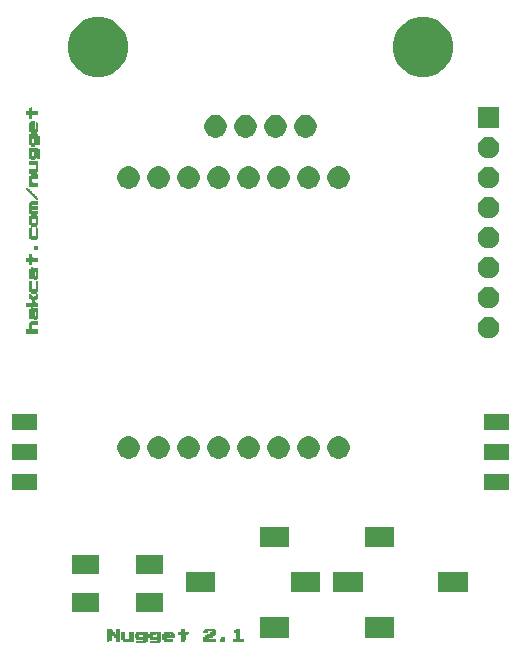
<source format=gbr>
G04 #@! TF.GenerationSoftware,KiCad,Pcbnew,5.1.5+dfsg1-2build2*
G04 #@! TF.CreationDate,2021-10-07T21:38:51-07:00*
G04 #@! TF.ProjectId,Nugget-PCB,4e756767-6574-42d5-9043-422e6b696361,rev?*
G04 #@! TF.SameCoordinates,Original*
G04 #@! TF.FileFunction,Soldermask,Top*
G04 #@! TF.FilePolarity,Negative*
%FSLAX46Y46*%
G04 Gerber Fmt 4.6, Leading zero omitted, Abs format (unit mm)*
G04 Created by KiCad (PCBNEW 5.1.5+dfsg1-2build2) date 2021-10-07 21:38:51*
%MOMM*%
%LPD*%
G04 APERTURE LIST*
%ADD10C,0.010000*%
%ADD11C,0.300000*%
G04 APERTURE END LIST*
D10*
G36*
X-9630833Y-26246667D02*
G01*
X-9704917Y-26246667D01*
X-9754570Y-26249943D01*
X-9774933Y-26268430D01*
X-9778991Y-26315111D01*
X-9779000Y-26320750D01*
X-9779000Y-26394834D01*
X-10498667Y-26394834D01*
X-10498667Y-26246667D01*
X-9927167Y-26246667D01*
X-9927167Y-26098500D01*
X-10498667Y-26098500D01*
X-10498667Y-26024417D01*
X-10501943Y-25974764D01*
X-10520430Y-25954401D01*
X-10567111Y-25950343D01*
X-10572750Y-25950334D01*
X-10646833Y-25950334D01*
X-10646833Y-25654000D01*
X-10572750Y-25654000D01*
X-10350500Y-25654000D01*
X-10350500Y-25950334D01*
X-9927167Y-25950334D01*
X-9927167Y-25654000D01*
X-10350500Y-25654000D01*
X-10572750Y-25654000D01*
X-10522976Y-25650460D01*
X-10502561Y-25632505D01*
X-10498667Y-25590500D01*
X-10498667Y-25527000D01*
X-9630833Y-25527000D01*
X-9630833Y-26246667D01*
G37*
X-9630833Y-26246667D02*
X-9704917Y-26246667D01*
X-9754570Y-26249943D01*
X-9774933Y-26268430D01*
X-9778991Y-26315111D01*
X-9779000Y-26320750D01*
X-9779000Y-26394834D01*
X-10498667Y-26394834D01*
X-10498667Y-26246667D01*
X-9927167Y-26246667D01*
X-9927167Y-26098500D01*
X-10498667Y-26098500D01*
X-10498667Y-26024417D01*
X-10501943Y-25974764D01*
X-10520430Y-25954401D01*
X-10567111Y-25950343D01*
X-10572750Y-25950334D01*
X-10646833Y-25950334D01*
X-10646833Y-25654000D01*
X-10572750Y-25654000D01*
X-10350500Y-25654000D01*
X-10350500Y-25950334D01*
X-9927167Y-25950334D01*
X-9927167Y-25654000D01*
X-10350500Y-25654000D01*
X-10572750Y-25654000D01*
X-10522976Y-25650460D01*
X-10502561Y-25632505D01*
X-10498667Y-25590500D01*
X-10498667Y-25527000D01*
X-9630833Y-25527000D01*
X-9630833Y-26246667D01*
G36*
X-8466667Y-26246667D02*
G01*
X-8540750Y-26246667D01*
X-8590403Y-26249943D01*
X-8610766Y-26268430D01*
X-8614824Y-26315111D01*
X-8614833Y-26320750D01*
X-8614833Y-26394834D01*
X-9334500Y-26394834D01*
X-9334500Y-26246667D01*
X-8763000Y-26246667D01*
X-8763000Y-26098500D01*
X-9331818Y-26098500D01*
X-9338451Y-26029709D01*
X-9348713Y-25981218D01*
X-9376309Y-25960331D01*
X-9413875Y-25954284D01*
X-9454841Y-25950334D01*
X-9209434Y-25950334D01*
X-8763000Y-25950334D01*
X-8763000Y-25652519D01*
X-8979958Y-25658551D01*
X-9196917Y-25664584D01*
X-9203176Y-25807459D01*
X-9209434Y-25950334D01*
X-9454841Y-25950334D01*
X-9482667Y-25947651D01*
X-9482667Y-25654000D01*
X-9408583Y-25654000D01*
X-9358810Y-25650460D01*
X-9338395Y-25632505D01*
X-9334500Y-25590500D01*
X-9334500Y-25527000D01*
X-8466667Y-25527000D01*
X-8466667Y-26246667D01*
G37*
X-8466667Y-26246667D02*
X-8540750Y-26246667D01*
X-8590403Y-26249943D01*
X-8610766Y-26268430D01*
X-8614824Y-26315111D01*
X-8614833Y-26320750D01*
X-8614833Y-26394834D01*
X-9334500Y-26394834D01*
X-9334500Y-26246667D01*
X-8763000Y-26246667D01*
X-8763000Y-26098500D01*
X-9331818Y-26098500D01*
X-9338451Y-26029709D01*
X-9348713Y-25981218D01*
X-9376309Y-25960331D01*
X-9413875Y-25954284D01*
X-9454841Y-25950334D01*
X-9209434Y-25950334D01*
X-8763000Y-25950334D01*
X-8763000Y-25652519D01*
X-8979958Y-25658551D01*
X-9196917Y-25664584D01*
X-9203176Y-25807459D01*
X-9209434Y-25950334D01*
X-9454841Y-25950334D01*
X-9482667Y-25947651D01*
X-9482667Y-25654000D01*
X-9408583Y-25654000D01*
X-9358810Y-25650460D01*
X-9338395Y-25632505D01*
X-9334500Y-25590500D01*
X-9334500Y-25527000D01*
X-8466667Y-25527000D01*
X-8466667Y-26246667D01*
G36*
X-12678833Y-25304750D02*
G01*
X-12675252Y-25354550D01*
X-12657344Y-25374974D01*
X-12616675Y-25378834D01*
X-12573019Y-25384375D01*
X-12553857Y-25409713D01*
X-12547883Y-25447625D01*
X-12537621Y-25496116D01*
X-12510025Y-25517003D01*
X-12472458Y-25523050D01*
X-12424736Y-25532658D01*
X-12406233Y-25557337D01*
X-12403667Y-25591841D01*
X-12399398Y-25633625D01*
X-12378054Y-25650762D01*
X-12329583Y-25654000D01*
X-12255500Y-25654000D01*
X-12255500Y-25230667D01*
X-11959167Y-25230667D01*
X-11959167Y-26246667D01*
X-12255500Y-26246667D01*
X-12255500Y-25950334D01*
X-12329583Y-25950334D01*
X-12379236Y-25947057D01*
X-12399600Y-25928570D01*
X-12403658Y-25881889D01*
X-12403667Y-25876250D01*
X-12406943Y-25826597D01*
X-12425430Y-25806234D01*
X-12472111Y-25802176D01*
X-12477750Y-25802167D01*
X-12527403Y-25798890D01*
X-12547766Y-25780404D01*
X-12551824Y-25733722D01*
X-12551833Y-25728084D01*
X-12555392Y-25678299D01*
X-12573325Y-25657880D01*
X-12614736Y-25654000D01*
X-12677639Y-25654000D01*
X-12689417Y-26236084D01*
X-12832292Y-26242342D01*
X-12975167Y-26248601D01*
X-12975167Y-25230667D01*
X-12678833Y-25230667D01*
X-12678833Y-25304750D01*
G37*
X-12678833Y-25304750D02*
X-12675252Y-25354550D01*
X-12657344Y-25374974D01*
X-12616675Y-25378834D01*
X-12573019Y-25384375D01*
X-12553857Y-25409713D01*
X-12547883Y-25447625D01*
X-12537621Y-25496116D01*
X-12510025Y-25517003D01*
X-12472458Y-25523050D01*
X-12424736Y-25532658D01*
X-12406233Y-25557337D01*
X-12403667Y-25591841D01*
X-12399398Y-25633625D01*
X-12378054Y-25650762D01*
X-12329583Y-25654000D01*
X-12255500Y-25654000D01*
X-12255500Y-25230667D01*
X-11959167Y-25230667D01*
X-11959167Y-26246667D01*
X-12255500Y-26246667D01*
X-12255500Y-25950334D01*
X-12329583Y-25950334D01*
X-12379236Y-25947057D01*
X-12399600Y-25928570D01*
X-12403658Y-25881889D01*
X-12403667Y-25876250D01*
X-12406943Y-25826597D01*
X-12425430Y-25806234D01*
X-12472111Y-25802176D01*
X-12477750Y-25802167D01*
X-12527403Y-25798890D01*
X-12547766Y-25780404D01*
X-12551824Y-25733722D01*
X-12551833Y-25728084D01*
X-12555392Y-25678299D01*
X-12573325Y-25657880D01*
X-12614736Y-25654000D01*
X-12677639Y-25654000D01*
X-12689417Y-26236084D01*
X-12832292Y-26242342D01*
X-12975167Y-26248601D01*
X-12975167Y-25230667D01*
X-12678833Y-25230667D01*
X-12678833Y-25304750D01*
G36*
X-11514667Y-26098500D02*
G01*
X-11091333Y-26098500D01*
X-11091333Y-25527000D01*
X-10795000Y-25527000D01*
X-10795000Y-26246667D01*
X-11662833Y-26246667D01*
X-11662833Y-26172584D01*
X-11666110Y-26122931D01*
X-11684597Y-26102567D01*
X-11731278Y-26098509D01*
X-11736917Y-26098500D01*
X-11811000Y-26098500D01*
X-11811000Y-25527000D01*
X-11514667Y-25527000D01*
X-11514667Y-26098500D01*
G37*
X-11514667Y-26098500D02*
X-11091333Y-26098500D01*
X-11091333Y-25527000D01*
X-10795000Y-25527000D01*
X-10795000Y-26246667D01*
X-11662833Y-26246667D01*
X-11662833Y-26172584D01*
X-11666110Y-26122931D01*
X-11684597Y-26102567D01*
X-11731278Y-26098509D01*
X-11736917Y-26098500D01*
X-11811000Y-26098500D01*
X-11811000Y-25527000D01*
X-11514667Y-25527000D01*
X-11514667Y-26098500D01*
G36*
X-7450667Y-25589159D02*
G01*
X-7445125Y-25632814D01*
X-7419788Y-25651976D01*
X-7381875Y-25657951D01*
X-7313083Y-25664584D01*
X-7300589Y-25949326D01*
X-7666670Y-25955121D01*
X-8032750Y-25960917D01*
X-8039383Y-26029709D01*
X-8046016Y-26098500D01*
X-7450667Y-26098500D01*
X-7450667Y-26246667D01*
X-8170333Y-26246667D01*
X-8170333Y-26172584D01*
X-8173610Y-26122931D01*
X-8192097Y-26102567D01*
X-8238778Y-26098509D01*
X-8244417Y-26098500D01*
X-8318500Y-26098500D01*
X-8318500Y-25802167D01*
X-8046016Y-25802167D01*
X-7598833Y-25802167D01*
X-7598833Y-25652519D01*
X-7815792Y-25658551D01*
X-8032750Y-25664584D01*
X-8039383Y-25733375D01*
X-8046016Y-25802167D01*
X-8318500Y-25802167D01*
X-8318500Y-25654000D01*
X-8244417Y-25654000D01*
X-8194643Y-25650460D01*
X-8174228Y-25632505D01*
X-8170333Y-25590500D01*
X-8170333Y-25527000D01*
X-7450667Y-25527000D01*
X-7450667Y-25589159D01*
G37*
X-7450667Y-25589159D02*
X-7445125Y-25632814D01*
X-7419788Y-25651976D01*
X-7381875Y-25657951D01*
X-7313083Y-25664584D01*
X-7300589Y-25949326D01*
X-7666670Y-25955121D01*
X-8032750Y-25960917D01*
X-8039383Y-26029709D01*
X-8046016Y-26098500D01*
X-7450667Y-26098500D01*
X-7450667Y-26246667D01*
X-8170333Y-26246667D01*
X-8170333Y-26172584D01*
X-8173610Y-26122931D01*
X-8192097Y-26102567D01*
X-8238778Y-26098509D01*
X-8244417Y-26098500D01*
X-8318500Y-26098500D01*
X-8318500Y-25802167D01*
X-8046016Y-25802167D01*
X-7598833Y-25802167D01*
X-7598833Y-25652519D01*
X-7815792Y-25658551D01*
X-8032750Y-25664584D01*
X-8039383Y-25733375D01*
X-8046016Y-25802167D01*
X-8318500Y-25802167D01*
X-8318500Y-25654000D01*
X-8244417Y-25654000D01*
X-8194643Y-25650460D01*
X-8174228Y-25632505D01*
X-8170333Y-25590500D01*
X-8170333Y-25527000D01*
X-7450667Y-25527000D01*
X-7450667Y-25589159D01*
G36*
X-6434667Y-25527000D02*
G01*
X-6138333Y-25527000D01*
X-6138333Y-25589533D01*
X-6139920Y-25622701D01*
X-6150942Y-25641884D01*
X-6180793Y-25651603D01*
X-6238869Y-25656383D01*
X-6281208Y-25658325D01*
X-6424083Y-25664584D01*
X-6429972Y-25955625D01*
X-6435861Y-26246667D01*
X-6731000Y-26246667D01*
X-6731000Y-25654000D01*
X-7006167Y-25654000D01*
X-7006167Y-25527000D01*
X-6731000Y-25527000D01*
X-6731000Y-25230667D01*
X-6434667Y-25230667D01*
X-6434667Y-25527000D01*
G37*
X-6434667Y-25527000D02*
X-6138333Y-25527000D01*
X-6138333Y-25589533D01*
X-6139920Y-25622701D01*
X-6150942Y-25641884D01*
X-6180793Y-25651603D01*
X-6238869Y-25656383D01*
X-6281208Y-25658325D01*
X-6424083Y-25664584D01*
X-6429972Y-25955625D01*
X-6435861Y-26246667D01*
X-6731000Y-26246667D01*
X-6731000Y-25654000D01*
X-7006167Y-25654000D01*
X-7006167Y-25527000D01*
X-6731000Y-25527000D01*
X-6731000Y-25230667D01*
X-6434667Y-25230667D01*
X-6434667Y-25527000D01*
G36*
X-3958167Y-25304750D02*
G01*
X-3954890Y-25354403D01*
X-3936404Y-25374766D01*
X-3889722Y-25378824D01*
X-3884083Y-25378834D01*
X-3810000Y-25378834D01*
X-3810000Y-25654000D01*
X-3884083Y-25654000D01*
X-3933736Y-25657277D01*
X-3954100Y-25675763D01*
X-3958158Y-25722445D01*
X-3958167Y-25728084D01*
X-3961443Y-25777736D01*
X-3979930Y-25798100D01*
X-4026611Y-25802158D01*
X-4032250Y-25802167D01*
X-4081903Y-25805443D01*
X-4102266Y-25823930D01*
X-4106324Y-25870611D01*
X-4106333Y-25876250D01*
X-4106333Y-25950334D01*
X-4402667Y-25950334D01*
X-4402667Y-26098500D01*
X-3810000Y-26098500D01*
X-3810000Y-26246667D01*
X-4826000Y-26246667D01*
X-4826000Y-25950334D01*
X-4751917Y-25950334D01*
X-4702264Y-25947057D01*
X-4681901Y-25928570D01*
X-4677843Y-25881889D01*
X-4677833Y-25876250D01*
X-4674252Y-25826451D01*
X-4656344Y-25806026D01*
X-4615675Y-25802167D01*
X-4572019Y-25796625D01*
X-4552857Y-25771288D01*
X-4546883Y-25733375D01*
X-4540250Y-25664584D01*
X-4397375Y-25658325D01*
X-4321751Y-25654318D01*
X-4279026Y-25647622D01*
X-4259807Y-25633715D01*
X-4254698Y-25608073D01*
X-4254500Y-25589533D01*
X-4250271Y-25547504D01*
X-4229040Y-25530266D01*
X-4180417Y-25527000D01*
X-4130764Y-25523724D01*
X-4110401Y-25505237D01*
X-4106343Y-25458556D01*
X-4106333Y-25452917D01*
X-4106333Y-25378834D01*
X-4550833Y-25378834D01*
X-4550833Y-25527000D01*
X-4826000Y-25527000D01*
X-4826000Y-25454258D01*
X-4821894Y-25404533D01*
X-4801326Y-25382667D01*
X-4757208Y-25374883D01*
X-4708718Y-25364621D01*
X-4687831Y-25337025D01*
X-4681784Y-25299459D01*
X-4675151Y-25230667D01*
X-3958167Y-25230667D01*
X-3958167Y-25304750D01*
G37*
X-3958167Y-25304750D02*
X-3954890Y-25354403D01*
X-3936404Y-25374766D01*
X-3889722Y-25378824D01*
X-3884083Y-25378834D01*
X-3810000Y-25378834D01*
X-3810000Y-25654000D01*
X-3884083Y-25654000D01*
X-3933736Y-25657277D01*
X-3954100Y-25675763D01*
X-3958158Y-25722445D01*
X-3958167Y-25728084D01*
X-3961443Y-25777736D01*
X-3979930Y-25798100D01*
X-4026611Y-25802158D01*
X-4032250Y-25802167D01*
X-4081903Y-25805443D01*
X-4102266Y-25823930D01*
X-4106324Y-25870611D01*
X-4106333Y-25876250D01*
X-4106333Y-25950334D01*
X-4402667Y-25950334D01*
X-4402667Y-26098500D01*
X-3810000Y-26098500D01*
X-3810000Y-26246667D01*
X-4826000Y-26246667D01*
X-4826000Y-25950334D01*
X-4751917Y-25950334D01*
X-4702264Y-25947057D01*
X-4681901Y-25928570D01*
X-4677843Y-25881889D01*
X-4677833Y-25876250D01*
X-4674252Y-25826451D01*
X-4656344Y-25806026D01*
X-4615675Y-25802167D01*
X-4572019Y-25796625D01*
X-4552857Y-25771288D01*
X-4546883Y-25733375D01*
X-4540250Y-25664584D01*
X-4397375Y-25658325D01*
X-4321751Y-25654318D01*
X-4279026Y-25647622D01*
X-4259807Y-25633715D01*
X-4254698Y-25608073D01*
X-4254500Y-25589533D01*
X-4250271Y-25547504D01*
X-4229040Y-25530266D01*
X-4180417Y-25527000D01*
X-4130764Y-25523724D01*
X-4110401Y-25505237D01*
X-4106343Y-25458556D01*
X-4106333Y-25452917D01*
X-4106333Y-25378834D01*
X-4550833Y-25378834D01*
X-4550833Y-25527000D01*
X-4826000Y-25527000D01*
X-4826000Y-25454258D01*
X-4821894Y-25404533D01*
X-4801326Y-25382667D01*
X-4757208Y-25374883D01*
X-4708718Y-25364621D01*
X-4687831Y-25337025D01*
X-4681784Y-25299459D01*
X-4675151Y-25230667D01*
X-3958167Y-25230667D01*
X-3958167Y-25304750D01*
G36*
X-3090333Y-26246667D02*
G01*
X-3388601Y-26246667D01*
X-3376083Y-25960917D01*
X-3090333Y-25948399D01*
X-3090333Y-26246667D01*
G37*
X-3090333Y-26246667D02*
X-3388601Y-26246667D01*
X-3376083Y-25960917D01*
X-3090333Y-25948399D01*
X-3090333Y-26246667D01*
G36*
X-1778000Y-26098500D02*
G01*
X-1481667Y-26098500D01*
X-1481667Y-26246667D01*
X-2349500Y-26246667D01*
X-2349500Y-26098500D01*
X-2074333Y-26098500D01*
X-2074333Y-25529682D01*
X-2143125Y-25523050D01*
X-2191616Y-25512787D01*
X-2212503Y-25485192D01*
X-2218550Y-25447625D01*
X-2219888Y-25401863D01*
X-2203956Y-25382837D01*
X-2159060Y-25378856D01*
X-2149758Y-25378834D01*
X-2099513Y-25375717D01*
X-2078672Y-25357933D01*
X-2074353Y-25312828D01*
X-2074333Y-25304750D01*
X-2074333Y-25230667D01*
X-1778000Y-25230667D01*
X-1778000Y-26098500D01*
G37*
X-1778000Y-26098500D02*
X-1481667Y-26098500D01*
X-1481667Y-26246667D01*
X-2349500Y-26246667D01*
X-2349500Y-26098500D01*
X-2074333Y-26098500D01*
X-2074333Y-25529682D01*
X-2143125Y-25523050D01*
X-2191616Y-25512787D01*
X-2212503Y-25485192D01*
X-2218550Y-25447625D01*
X-2219888Y-25401863D01*
X-2203956Y-25382837D01*
X-2159060Y-25378856D01*
X-2149758Y-25378834D01*
X-2099513Y-25375717D01*
X-2078672Y-25357933D01*
X-2074353Y-25312828D01*
X-2074333Y-25304750D01*
X-2074333Y-25230667D01*
X-1778000Y-25230667D01*
X-1778000Y-26098500D01*
G36*
X-18965333Y-13419667D02*
G01*
X-20997333Y-13419667D01*
X-20997333Y-12107334D01*
X-18965333Y-12107334D01*
X-18965333Y-13419667D01*
G37*
X-18965333Y-13419667D02*
X-20997333Y-13419667D01*
X-20997333Y-12107334D01*
X-18965333Y-12107334D01*
X-18965333Y-13419667D01*
G36*
X20997333Y-13419667D02*
G01*
X19984861Y-13419667D01*
X19781766Y-13419380D01*
X19591690Y-13418560D01*
X19418806Y-13417262D01*
X19267289Y-13415544D01*
X19141311Y-13413464D01*
X19045047Y-13411079D01*
X18982672Y-13408446D01*
X18958357Y-13405624D01*
X18958278Y-13405556D01*
X18954753Y-13381625D01*
X18951550Y-13320658D01*
X18948783Y-13227953D01*
X18946565Y-13108806D01*
X18945011Y-12968514D01*
X18944234Y-12812375D01*
X18944167Y-12749389D01*
X18944167Y-12107334D01*
X20997333Y-12107334D01*
X20997333Y-13419667D01*
G37*
X20997333Y-13419667D02*
X19984861Y-13419667D01*
X19781766Y-13419380D01*
X19591690Y-13418560D01*
X19418806Y-13417262D01*
X19267289Y-13415544D01*
X19141311Y-13413464D01*
X19045047Y-13411079D01*
X18982672Y-13408446D01*
X18958357Y-13405624D01*
X18958278Y-13405556D01*
X18954753Y-13381625D01*
X18951550Y-13320658D01*
X18948783Y-13227953D01*
X18946565Y-13108806D01*
X18945011Y-12968514D01*
X18944234Y-12812375D01*
X18944167Y-12749389D01*
X18944167Y-12107334D01*
X20997333Y-12107334D01*
X20997333Y-13419667D01*
G36*
X-18965333Y-10879667D02*
G01*
X-20997333Y-10879667D01*
X-20997333Y-9567334D01*
X-18965333Y-9567334D01*
X-18965333Y-10879667D01*
G37*
X-18965333Y-10879667D02*
X-20997333Y-10879667D01*
X-20997333Y-9567334D01*
X-18965333Y-9567334D01*
X-18965333Y-10879667D01*
G36*
X20997333Y-10879667D02*
G01*
X19984861Y-10879667D01*
X19781766Y-10879380D01*
X19591690Y-10878560D01*
X19418806Y-10877262D01*
X19267289Y-10875544D01*
X19141311Y-10873464D01*
X19045047Y-10871079D01*
X18982672Y-10868446D01*
X18958357Y-10865624D01*
X18958278Y-10865556D01*
X18954753Y-10841625D01*
X18951550Y-10780658D01*
X18948783Y-10687953D01*
X18946565Y-10568806D01*
X18945011Y-10428514D01*
X18944234Y-10272375D01*
X18944167Y-10209389D01*
X18944167Y-9567334D01*
X20997333Y-9567334D01*
X20997333Y-10879667D01*
G37*
X20997333Y-10879667D02*
X19984861Y-10879667D01*
X19781766Y-10879380D01*
X19591690Y-10878560D01*
X19418806Y-10877262D01*
X19267289Y-10875544D01*
X19141311Y-10873464D01*
X19045047Y-10871079D01*
X18982672Y-10868446D01*
X18958357Y-10865624D01*
X18958278Y-10865556D01*
X18954753Y-10841625D01*
X18951550Y-10780658D01*
X18948783Y-10687953D01*
X18946565Y-10568806D01*
X18945011Y-10428514D01*
X18944234Y-10272375D01*
X18944167Y-10209389D01*
X18944167Y-9567334D01*
X20997333Y-9567334D01*
X20997333Y-10879667D01*
G36*
X-18965333Y-8339667D02*
G01*
X-20997333Y-8339667D01*
X-20997333Y-7027334D01*
X-18965333Y-7027334D01*
X-18965333Y-8339667D01*
G37*
X-18965333Y-8339667D02*
X-20997333Y-8339667D01*
X-20997333Y-7027334D01*
X-18965333Y-7027334D01*
X-18965333Y-8339667D01*
G36*
X20997333Y-8339667D02*
G01*
X19984861Y-8339667D01*
X19781766Y-8339380D01*
X19591690Y-8338560D01*
X19418806Y-8337262D01*
X19267289Y-8335544D01*
X19141311Y-8333464D01*
X19045047Y-8331079D01*
X18982672Y-8328446D01*
X18958357Y-8325624D01*
X18958278Y-8325556D01*
X18954753Y-8301625D01*
X18951550Y-8240658D01*
X18948783Y-8147953D01*
X18946565Y-8028806D01*
X18945011Y-7888514D01*
X18944234Y-7732375D01*
X18944167Y-7669389D01*
X18944167Y-7027334D01*
X20997333Y-7027334D01*
X20997333Y-8339667D01*
G37*
X20997333Y-8339667D02*
X19984861Y-8339667D01*
X19781766Y-8339380D01*
X19591690Y-8338560D01*
X19418806Y-8337262D01*
X19267289Y-8335544D01*
X19141311Y-8333464D01*
X19045047Y-8331079D01*
X18982672Y-8328446D01*
X18958357Y-8325624D01*
X18958278Y-8325556D01*
X18954753Y-8301625D01*
X18951550Y-8240658D01*
X18948783Y-8147953D01*
X18946565Y-8028806D01*
X18945011Y-7888514D01*
X18944234Y-7732375D01*
X18944167Y-7669389D01*
X18944167Y-7027334D01*
X20997333Y-7027334D01*
X20997333Y-8339667D01*
G36*
X-18880667Y529166D02*
G01*
X-19452167Y529166D01*
X-19452167Y105833D01*
X-18880667Y105833D01*
X-18880667Y-169334D01*
X-19875500Y-169334D01*
X-19875500Y105833D01*
X-19601562Y105833D01*
X-19595656Y386291D01*
X-19589750Y666750D01*
X-19520958Y673383D01*
X-19473236Y682991D01*
X-19454733Y707670D01*
X-19452167Y742174D01*
X-19452167Y804333D01*
X-18880667Y804333D01*
X-18880667Y529166D01*
G37*
X-18880667Y529166D02*
X-19452167Y529166D01*
X-19452167Y105833D01*
X-18880667Y105833D01*
X-18880667Y-169334D01*
X-19875500Y-169334D01*
X-19875500Y105833D01*
X-19601562Y105833D01*
X-19595656Y386291D01*
X-19589750Y666750D01*
X-19520958Y673383D01*
X-19473236Y682991D01*
X-19454733Y707670D01*
X-19452167Y742174D01*
X-19452167Y804333D01*
X-18880667Y804333D01*
X-18880667Y529166D01*
G36*
X-19171708Y1942656D02*
G01*
X-18891250Y1936750D01*
X-18879772Y1100666D01*
X-18954303Y1100666D01*
X-19004154Y1097444D01*
X-19024677Y1079197D01*
X-19028821Y1033051D01*
X-19028833Y1026583D01*
X-19032110Y976930D01*
X-19050597Y956567D01*
X-19097278Y952509D01*
X-19102917Y952500D01*
X-19152570Y955776D01*
X-19172933Y974263D01*
X-19176991Y1020944D01*
X-19177000Y1026583D01*
X-19180540Y1076357D01*
X-19198495Y1096772D01*
X-19240500Y1100666D01*
X-19304000Y1100666D01*
X-19304000Y1651000D01*
X-19177000Y1651000D01*
X-19177000Y1453444D01*
X-19175577Y1365821D01*
X-19171760Y1294862D01*
X-19166229Y1250743D01*
X-19162889Y1241778D01*
X-19133283Y1231438D01*
X-19088806Y1227666D01*
X-19028833Y1227666D01*
X-19028833Y1651000D01*
X-19177000Y1651000D01*
X-19304000Y1651000D01*
X-19452167Y1651000D01*
X-19452167Y1100666D01*
X-19600333Y1100666D01*
X-19600333Y1799166D01*
X-19526250Y1799166D01*
X-19476736Y1802395D01*
X-19456323Y1820706D01*
X-19452180Y1867035D01*
X-19452167Y1873864D01*
X-19452167Y1948562D01*
X-19171708Y1942656D01*
G37*
X-19171708Y1942656D02*
X-18891250Y1936750D01*
X-18879772Y1100666D01*
X-18954303Y1100666D01*
X-19004154Y1097444D01*
X-19024677Y1079197D01*
X-19028821Y1033051D01*
X-19028833Y1026583D01*
X-19032110Y976930D01*
X-19050597Y956567D01*
X-19097278Y952509D01*
X-19102917Y952500D01*
X-19152570Y955776D01*
X-19172933Y974263D01*
X-19176991Y1020944D01*
X-19177000Y1026583D01*
X-19180540Y1076357D01*
X-19198495Y1096772D01*
X-19240500Y1100666D01*
X-19304000Y1100666D01*
X-19304000Y1651000D01*
X-19177000Y1651000D01*
X-19177000Y1453444D01*
X-19175577Y1365821D01*
X-19171760Y1294862D01*
X-19166229Y1250743D01*
X-19162889Y1241778D01*
X-19133283Y1231438D01*
X-19088806Y1227666D01*
X-19028833Y1227666D01*
X-19028833Y1651000D01*
X-19177000Y1651000D01*
X-19304000Y1651000D01*
X-19452167Y1651000D01*
X-19452167Y1100666D01*
X-19600333Y1100666D01*
X-19600333Y1799166D01*
X-19526250Y1799166D01*
X-19476736Y1802395D01*
X-19456323Y1820706D01*
X-19452180Y1867035D01*
X-19452167Y1873864D01*
X-19452167Y1948562D01*
X-19171708Y1942656D01*
G36*
X-19476597Y3065890D02*
G01*
X-19456234Y3047403D01*
X-19452176Y3000722D01*
X-19452167Y2995083D01*
X-19448890Y2945430D01*
X-19430404Y2925067D01*
X-19383722Y2921009D01*
X-19378083Y2921000D01*
X-19328310Y2917460D01*
X-19307895Y2899505D01*
X-19304000Y2857500D01*
X-19298755Y2812523D01*
X-19274015Y2795945D01*
X-19240500Y2794000D01*
X-19195523Y2799245D01*
X-19178946Y2823985D01*
X-19177000Y2857500D01*
X-19172870Y2900163D01*
X-19151923Y2917662D01*
X-19102917Y2921000D01*
X-19053264Y2924276D01*
X-19032901Y2942763D01*
X-19028843Y2989444D01*
X-19028833Y2995083D01*
X-19025557Y3044736D01*
X-19007070Y3065099D01*
X-18960389Y3069157D01*
X-18954750Y3069166D01*
X-18880667Y3069166D01*
X-18880667Y2794000D01*
X-18954750Y2794000D01*
X-19004403Y2790723D01*
X-19024766Y2772237D01*
X-19028824Y2725555D01*
X-19028833Y2719916D01*
X-19032110Y2670264D01*
X-19050597Y2649900D01*
X-19097278Y2645842D01*
X-19102917Y2645833D01*
X-19177000Y2645833D01*
X-19177000Y2372601D01*
X-18891250Y2360083D01*
X-18891250Y2084916D01*
X-19383375Y2079235D01*
X-19875500Y2073553D01*
X-19875500Y2370666D01*
X-19304000Y2370666D01*
X-19304000Y2645833D01*
X-19378083Y2645833D01*
X-19427736Y2649110D01*
X-19448100Y2667596D01*
X-19452158Y2714278D01*
X-19452167Y2719916D01*
X-19455443Y2769569D01*
X-19473930Y2789933D01*
X-19520611Y2793991D01*
X-19526250Y2794000D01*
X-19600333Y2794000D01*
X-19600333Y3069166D01*
X-19526250Y3069166D01*
X-19476597Y3065890D01*
G37*
X-19476597Y3065890D02*
X-19456234Y3047403D01*
X-19452176Y3000722D01*
X-19452167Y2995083D01*
X-19448890Y2945430D01*
X-19430404Y2925067D01*
X-19383722Y2921009D01*
X-19378083Y2921000D01*
X-19328310Y2917460D01*
X-19307895Y2899505D01*
X-19304000Y2857500D01*
X-19298755Y2812523D01*
X-19274015Y2795945D01*
X-19240500Y2794000D01*
X-19195523Y2799245D01*
X-19178946Y2823985D01*
X-19177000Y2857500D01*
X-19172870Y2900163D01*
X-19151923Y2917662D01*
X-19102917Y2921000D01*
X-19053264Y2924276D01*
X-19032901Y2942763D01*
X-19028843Y2989444D01*
X-19028833Y2995083D01*
X-19025557Y3044736D01*
X-19007070Y3065099D01*
X-18960389Y3069157D01*
X-18954750Y3069166D01*
X-18880667Y3069166D01*
X-18880667Y2794000D01*
X-18954750Y2794000D01*
X-19004403Y2790723D01*
X-19024766Y2772237D01*
X-19028824Y2725555D01*
X-19028833Y2719916D01*
X-19032110Y2670264D01*
X-19050597Y2649900D01*
X-19097278Y2645842D01*
X-19102917Y2645833D01*
X-19177000Y2645833D01*
X-19177000Y2372601D01*
X-18891250Y2360083D01*
X-18891250Y2084916D01*
X-19383375Y2079235D01*
X-19875500Y2073553D01*
X-19875500Y2370666D01*
X-19304000Y2370666D01*
X-19304000Y2645833D01*
X-19378083Y2645833D01*
X-19427736Y2649110D01*
X-19448100Y2667596D01*
X-19452158Y2714278D01*
X-19452167Y2719916D01*
X-19455443Y2769569D01*
X-19473930Y2789933D01*
X-19520611Y2793991D01*
X-19526250Y2794000D01*
X-19600333Y2794000D01*
X-19600333Y3069166D01*
X-19526250Y3069166D01*
X-19476597Y3065890D01*
G36*
X-19452167Y3492500D02*
G01*
X-19028833Y3492500D01*
X-19028833Y4191000D01*
X-18879772Y4191000D01*
X-18891250Y3354916D01*
X-18960042Y3348284D01*
X-19007764Y3338675D01*
X-19026267Y3313997D01*
X-19028833Y3279492D01*
X-19028833Y3217333D01*
X-19452167Y3217333D01*
X-19452167Y3279492D01*
X-19457709Y3323147D01*
X-19483046Y3342309D01*
X-19520958Y3348284D01*
X-19589750Y3354916D01*
X-19601228Y4191000D01*
X-19452167Y4191000D01*
X-19452167Y3492500D01*
G37*
X-19452167Y3492500D02*
X-19028833Y3492500D01*
X-19028833Y4191000D01*
X-18879772Y4191000D01*
X-18891250Y3354916D01*
X-18960042Y3348284D01*
X-19007764Y3338675D01*
X-19026267Y3313997D01*
X-19028833Y3279492D01*
X-19028833Y3217333D01*
X-19452167Y3217333D01*
X-19452167Y3279492D01*
X-19457709Y3323147D01*
X-19483046Y3342309D01*
X-19520958Y3348284D01*
X-19589750Y3354916D01*
X-19601228Y4191000D01*
X-19452167Y4191000D01*
X-19452167Y3492500D01*
G36*
X-19171708Y5329323D02*
G01*
X-18891250Y5323416D01*
X-18885511Y4905375D01*
X-18879772Y4487333D01*
X-18954303Y4487333D01*
X-19004154Y4484111D01*
X-19024677Y4465863D01*
X-19028821Y4419717D01*
X-19028833Y4413250D01*
X-19032110Y4363597D01*
X-19050597Y4343234D01*
X-19097278Y4339176D01*
X-19102917Y4339166D01*
X-19152570Y4342443D01*
X-19172933Y4360930D01*
X-19176991Y4407611D01*
X-19177000Y4413250D01*
X-19180540Y4463024D01*
X-19198495Y4483439D01*
X-19240500Y4487333D01*
X-19304000Y4487333D01*
X-19304000Y5037666D01*
X-19177000Y5037666D01*
X-19177000Y4840111D01*
X-19175577Y4752488D01*
X-19171760Y4681528D01*
X-19166229Y4637410D01*
X-19162889Y4628444D01*
X-19133283Y4618105D01*
X-19088806Y4614333D01*
X-19028833Y4614333D01*
X-19028833Y5037666D01*
X-19177000Y5037666D01*
X-19304000Y5037666D01*
X-19452167Y5037666D01*
X-19452167Y4487333D01*
X-19600333Y4487333D01*
X-19600333Y5185833D01*
X-19526250Y5185833D01*
X-19476736Y5189062D01*
X-19456323Y5207372D01*
X-19452180Y5253702D01*
X-19452167Y5260531D01*
X-19452167Y5335229D01*
X-19171708Y5329323D01*
G37*
X-19171708Y5329323D02*
X-18891250Y5323416D01*
X-18885511Y4905375D01*
X-18879772Y4487333D01*
X-18954303Y4487333D01*
X-19004154Y4484111D01*
X-19024677Y4465863D01*
X-19028821Y4419717D01*
X-19028833Y4413250D01*
X-19032110Y4363597D01*
X-19050597Y4343234D01*
X-19097278Y4339176D01*
X-19102917Y4339166D01*
X-19152570Y4342443D01*
X-19172933Y4360930D01*
X-19176991Y4407611D01*
X-19177000Y4413250D01*
X-19180540Y4463024D01*
X-19198495Y4483439D01*
X-19240500Y4487333D01*
X-19304000Y4487333D01*
X-19304000Y5037666D01*
X-19177000Y5037666D01*
X-19177000Y4840111D01*
X-19175577Y4752488D01*
X-19171760Y4681528D01*
X-19166229Y4637410D01*
X-19162889Y4628444D01*
X-19133283Y4618105D01*
X-19088806Y4614333D01*
X-19028833Y4614333D01*
X-19028833Y5037666D01*
X-19177000Y5037666D01*
X-19304000Y5037666D01*
X-19452167Y5037666D01*
X-19452167Y4487333D01*
X-19600333Y4487333D01*
X-19600333Y5185833D01*
X-19526250Y5185833D01*
X-19476736Y5189062D01*
X-19456323Y5207372D01*
X-19452180Y5253702D01*
X-19452167Y5260531D01*
X-19452167Y5335229D01*
X-19171708Y5329323D01*
G36*
X-19452167Y6181895D02*
G01*
X-19171708Y6175989D01*
X-18891250Y6170083D01*
X-18891250Y5894916D01*
X-19171708Y5889010D01*
X-19452167Y5883104D01*
X-19452167Y5609166D01*
X-19600333Y5609166D01*
X-19600333Y5884333D01*
X-19875500Y5884333D01*
X-19875500Y6180666D01*
X-19600333Y6180666D01*
X-19600333Y6455833D01*
X-19452167Y6455833D01*
X-19452167Y6181895D01*
G37*
X-19452167Y6181895D02*
X-19171708Y6175989D01*
X-18891250Y6170083D01*
X-18891250Y5894916D01*
X-19171708Y5889010D01*
X-19452167Y5883104D01*
X-19452167Y5609166D01*
X-19600333Y5609166D01*
X-19600333Y5884333D01*
X-19875500Y5884333D01*
X-19875500Y6180666D01*
X-19600333Y6180666D01*
X-19600333Y6455833D01*
X-19452167Y6455833D01*
X-19452167Y6181895D01*
G36*
X-18880667Y6879166D02*
G01*
X-19177000Y6879166D01*
X-19177000Y7154333D01*
X-18880667Y7154333D01*
X-18880667Y6879166D01*
G37*
X-18880667Y6879166D02*
X-19177000Y6879166D01*
X-19177000Y7154333D01*
X-18880667Y7154333D01*
X-18880667Y6879166D01*
G36*
X-18960042Y8716716D02*
G01*
X-18891250Y8710083D01*
X-18885511Y8292041D01*
X-18879772Y7874000D01*
X-18954303Y7874000D01*
X-19004154Y7870778D01*
X-19024677Y7852530D01*
X-19028821Y7806384D01*
X-19028833Y7799916D01*
X-19028833Y7725833D01*
X-19452167Y7725833D01*
X-19452167Y7799916D01*
X-19455408Y7849468D01*
X-19473766Y7869868D01*
X-19520191Y7873988D01*
X-19526698Y7874000D01*
X-19601228Y7874000D01*
X-19595489Y8292041D01*
X-19589750Y8710083D01*
X-19520958Y8716716D01*
X-19452167Y8723349D01*
X-19452167Y8001000D01*
X-19028833Y8001000D01*
X-19028833Y8723349D01*
X-18960042Y8716716D01*
G37*
X-18960042Y8716716D02*
X-18891250Y8710083D01*
X-18885511Y8292041D01*
X-18879772Y7874000D01*
X-18954303Y7874000D01*
X-19004154Y7870778D01*
X-19024677Y7852530D01*
X-19028821Y7806384D01*
X-19028833Y7799916D01*
X-19028833Y7725833D01*
X-19452167Y7725833D01*
X-19452167Y7799916D01*
X-19455408Y7849468D01*
X-19473766Y7869868D01*
X-19520191Y7873988D01*
X-19526698Y7874000D01*
X-19601228Y7874000D01*
X-19595489Y8292041D01*
X-19589750Y8710083D01*
X-19520958Y8716716D01*
X-19452167Y8723349D01*
X-19452167Y8001000D01*
X-19028833Y8001000D01*
X-19028833Y8723349D01*
X-18960042Y8716716D01*
G36*
X-19028833Y9768416D02*
G01*
X-19025557Y9718764D01*
X-19007070Y9698400D01*
X-18960389Y9694342D01*
X-18954750Y9694333D01*
X-18880667Y9694333D01*
X-18880667Y8995833D01*
X-18954750Y8995833D01*
X-19004403Y8992557D01*
X-19024766Y8974070D01*
X-19028824Y8927389D01*
X-19028833Y8921750D01*
X-19028833Y8847666D01*
X-19452167Y8847666D01*
X-19452167Y8921750D01*
X-19455443Y8971403D01*
X-19473930Y8991766D01*
X-19520611Y8995824D01*
X-19526250Y8995833D01*
X-19600333Y8995833D01*
X-19600333Y9567333D01*
X-19452167Y9567333D01*
X-19452167Y9144000D01*
X-19028833Y9144000D01*
X-19028833Y9567333D01*
X-19452167Y9567333D01*
X-19600333Y9567333D01*
X-19600333Y9694333D01*
X-19526250Y9694333D01*
X-19476597Y9697610D01*
X-19456234Y9716096D01*
X-19452176Y9762778D01*
X-19452167Y9768416D01*
X-19452167Y9842500D01*
X-19028833Y9842500D01*
X-19028833Y9768416D01*
G37*
X-19028833Y9768416D02*
X-19025557Y9718764D01*
X-19007070Y9698400D01*
X-18960389Y9694342D01*
X-18954750Y9694333D01*
X-18880667Y9694333D01*
X-18880667Y8995833D01*
X-18954750Y8995833D01*
X-19004403Y8992557D01*
X-19024766Y8974070D01*
X-19028824Y8927389D01*
X-19028833Y8921750D01*
X-19028833Y8847666D01*
X-19452167Y8847666D01*
X-19452167Y8921750D01*
X-19455443Y8971403D01*
X-19473930Y8991766D01*
X-19520611Y8995824D01*
X-19526250Y8995833D01*
X-19600333Y8995833D01*
X-19600333Y9567333D01*
X-19452167Y9567333D01*
X-19452167Y9144000D01*
X-19028833Y9144000D01*
X-19028833Y9567333D01*
X-19452167Y9567333D01*
X-19600333Y9567333D01*
X-19600333Y9694333D01*
X-19526250Y9694333D01*
X-19476597Y9697610D01*
X-19456234Y9716096D01*
X-19452176Y9762778D01*
X-19452167Y9768416D01*
X-19452167Y9842500D01*
X-19028833Y9842500D01*
X-19028833Y9768416D01*
G36*
X-18880667Y10689166D02*
G01*
X-19452167Y10689166D01*
X-19452167Y10541000D01*
X-18880667Y10541000D01*
X-18880667Y10265833D01*
X-19452167Y10265833D01*
X-19452167Y10117666D01*
X-18880667Y10117666D01*
X-18880667Y9990666D01*
X-19601228Y9990666D01*
X-19589750Y10826750D01*
X-19520958Y10833383D01*
X-19473236Y10842991D01*
X-19454733Y10867670D01*
X-19452167Y10902174D01*
X-19452167Y10964333D01*
X-18880667Y10964333D01*
X-18880667Y10689166D01*
G37*
X-18880667Y10689166D02*
X-19452167Y10689166D01*
X-19452167Y10541000D01*
X-18880667Y10541000D01*
X-18880667Y10265833D01*
X-19452167Y10265833D01*
X-19452167Y10117666D01*
X-18880667Y10117666D01*
X-18880667Y9990666D01*
X-19601228Y9990666D01*
X-19589750Y10826750D01*
X-19520958Y10833383D01*
X-19473236Y10842991D01*
X-19454733Y10867670D01*
X-19452167Y10902174D01*
X-19452167Y10964333D01*
X-18880667Y10964333D01*
X-18880667Y10689166D01*
G36*
X-19806708Y12103383D02*
G01*
X-19758218Y12093120D01*
X-19737331Y12065525D01*
X-19731284Y12027958D01*
X-19721675Y11980236D01*
X-19696997Y11961733D01*
X-19662492Y11959166D01*
X-19620709Y11954898D01*
X-19603572Y11933554D01*
X-19600333Y11885083D01*
X-19597057Y11835430D01*
X-19578570Y11815067D01*
X-19531889Y11811009D01*
X-19526250Y11811000D01*
X-19476451Y11807418D01*
X-19456026Y11789510D01*
X-19452167Y11748841D01*
X-19446625Y11705186D01*
X-19421288Y11686024D01*
X-19383375Y11680049D01*
X-19334884Y11669787D01*
X-19313998Y11642191D01*
X-19307951Y11604625D01*
X-19298342Y11556903D01*
X-19273664Y11538399D01*
X-19239159Y11535833D01*
X-19197375Y11531564D01*
X-19180238Y11510221D01*
X-19177000Y11461750D01*
X-19173724Y11412097D01*
X-19155237Y11391734D01*
X-19108556Y11387676D01*
X-19102917Y11387666D01*
X-19053117Y11384085D01*
X-19032693Y11366177D01*
X-19028833Y11325508D01*
X-19023292Y11281852D01*
X-18997954Y11262690D01*
X-18960042Y11256716D01*
X-18911551Y11246454D01*
X-18890664Y11218858D01*
X-18884617Y11181291D01*
X-18883279Y11135529D01*
X-18899211Y11116503D01*
X-18944107Y11112522D01*
X-18953409Y11112500D01*
X-19003654Y11115616D01*
X-19024495Y11133400D01*
X-19028814Y11178505D01*
X-19028833Y11186583D01*
X-19032110Y11236236D01*
X-19050597Y11256599D01*
X-19097278Y11260657D01*
X-19102917Y11260666D01*
X-19152691Y11264206D01*
X-19173106Y11282161D01*
X-19177000Y11324166D01*
X-19182245Y11369144D01*
X-19206985Y11385721D01*
X-19240500Y11387666D01*
X-19283163Y11391796D01*
X-19300662Y11412744D01*
X-19304000Y11461750D01*
X-19307277Y11511403D01*
X-19325763Y11531766D01*
X-19372445Y11535824D01*
X-19378083Y11535833D01*
X-19427736Y11539110D01*
X-19448100Y11557596D01*
X-19452158Y11604278D01*
X-19452167Y11609916D01*
X-19455443Y11659569D01*
X-19473930Y11679933D01*
X-19520611Y11683991D01*
X-19526250Y11684000D01*
X-19576024Y11687540D01*
X-19596439Y11705495D01*
X-19600333Y11747500D01*
X-19605578Y11792477D01*
X-19630318Y11809054D01*
X-19663833Y11811000D01*
X-19706497Y11815130D01*
X-19723995Y11836077D01*
X-19727333Y11885083D01*
X-19730610Y11934736D01*
X-19749097Y11955099D01*
X-19795778Y11959157D01*
X-19801417Y11959166D01*
X-19850768Y11962339D01*
X-19871239Y11980446D01*
X-19875481Y12026366D01*
X-19875500Y12034591D01*
X-19872697Y12084496D01*
X-19856492Y12103793D01*
X-19815195Y12104176D01*
X-19806708Y12103383D01*
G37*
X-19806708Y12103383D02*
X-19758218Y12093120D01*
X-19737331Y12065525D01*
X-19731284Y12027958D01*
X-19721675Y11980236D01*
X-19696997Y11961733D01*
X-19662492Y11959166D01*
X-19620709Y11954898D01*
X-19603572Y11933554D01*
X-19600333Y11885083D01*
X-19597057Y11835430D01*
X-19578570Y11815067D01*
X-19531889Y11811009D01*
X-19526250Y11811000D01*
X-19476451Y11807418D01*
X-19456026Y11789510D01*
X-19452167Y11748841D01*
X-19446625Y11705186D01*
X-19421288Y11686024D01*
X-19383375Y11680049D01*
X-19334884Y11669787D01*
X-19313998Y11642191D01*
X-19307951Y11604625D01*
X-19298342Y11556903D01*
X-19273664Y11538399D01*
X-19239159Y11535833D01*
X-19197375Y11531564D01*
X-19180238Y11510221D01*
X-19177000Y11461750D01*
X-19173724Y11412097D01*
X-19155237Y11391734D01*
X-19108556Y11387676D01*
X-19102917Y11387666D01*
X-19053117Y11384085D01*
X-19032693Y11366177D01*
X-19028833Y11325508D01*
X-19023292Y11281852D01*
X-18997954Y11262690D01*
X-18960042Y11256716D01*
X-18911551Y11246454D01*
X-18890664Y11218858D01*
X-18884617Y11181291D01*
X-18883279Y11135529D01*
X-18899211Y11116503D01*
X-18944107Y11112522D01*
X-18953409Y11112500D01*
X-19003654Y11115616D01*
X-19024495Y11133400D01*
X-19028814Y11178505D01*
X-19028833Y11186583D01*
X-19032110Y11236236D01*
X-19050597Y11256599D01*
X-19097278Y11260657D01*
X-19102917Y11260666D01*
X-19152691Y11264206D01*
X-19173106Y11282161D01*
X-19177000Y11324166D01*
X-19182245Y11369144D01*
X-19206985Y11385721D01*
X-19240500Y11387666D01*
X-19283163Y11391796D01*
X-19300662Y11412744D01*
X-19304000Y11461750D01*
X-19307277Y11511403D01*
X-19325763Y11531766D01*
X-19372445Y11535824D01*
X-19378083Y11535833D01*
X-19427736Y11539110D01*
X-19448100Y11557596D01*
X-19452158Y11604278D01*
X-19452167Y11609916D01*
X-19455443Y11659569D01*
X-19473930Y11679933D01*
X-19520611Y11683991D01*
X-19526250Y11684000D01*
X-19576024Y11687540D01*
X-19596439Y11705495D01*
X-19600333Y11747500D01*
X-19605578Y11792477D01*
X-19630318Y11809054D01*
X-19663833Y11811000D01*
X-19706497Y11815130D01*
X-19723995Y11836077D01*
X-19727333Y11885083D01*
X-19730610Y11934736D01*
X-19749097Y11955099D01*
X-19795778Y11959157D01*
X-19801417Y11959166D01*
X-19850768Y11962339D01*
X-19871239Y11980446D01*
X-19875481Y12026366D01*
X-19875500Y12034591D01*
X-19872697Y12084496D01*
X-19856492Y12103793D01*
X-19815195Y12104176D01*
X-19806708Y12103383D01*
G36*
X-18880667Y12954000D02*
G01*
X-19452167Y12954000D01*
X-19452167Y12531895D01*
X-19171708Y12525989D01*
X-18891250Y12520083D01*
X-18884991Y12377208D01*
X-18878733Y12234333D01*
X-19600333Y12234333D01*
X-19600333Y13081000D01*
X-19526250Y13081000D01*
X-19476597Y13084276D01*
X-19456234Y13102763D01*
X-19452176Y13149444D01*
X-19452167Y13155083D01*
X-19452167Y13229166D01*
X-18880667Y13229166D01*
X-18880667Y12954000D01*
G37*
X-18880667Y12954000D02*
X-19452167Y12954000D01*
X-19452167Y12531895D01*
X-19171708Y12525989D01*
X-18891250Y12520083D01*
X-18884991Y12377208D01*
X-18878733Y12234333D01*
X-19600333Y12234333D01*
X-19600333Y13081000D01*
X-19526250Y13081000D01*
X-19476597Y13084276D01*
X-19456234Y13102763D01*
X-19452176Y13149444D01*
X-19452167Y13155083D01*
X-19452167Y13229166D01*
X-18880667Y13229166D01*
X-18880667Y12954000D01*
G36*
X-18880667Y13504333D02*
G01*
X-18954750Y13504333D01*
X-19004524Y13500793D01*
X-19024939Y13482838D01*
X-19028833Y13440833D01*
X-19028833Y13377333D01*
X-19600333Y13377333D01*
X-19600333Y13652500D01*
X-19028833Y13652500D01*
X-19028833Y14075833D01*
X-19600333Y14075833D01*
X-19600333Y14351000D01*
X-18880667Y14351000D01*
X-18880667Y13504333D01*
G37*
X-18880667Y13504333D02*
X-18954750Y13504333D01*
X-19004524Y13500793D01*
X-19024939Y13482838D01*
X-19028833Y13440833D01*
X-19028833Y13377333D01*
X-19600333Y13377333D01*
X-19600333Y13652500D01*
X-19028833Y13652500D01*
X-19028833Y14075833D01*
X-19600333Y14075833D01*
X-19600333Y14351000D01*
X-18880667Y14351000D01*
X-18880667Y13504333D01*
G36*
X-18884617Y15414625D02*
G01*
X-18875009Y15366903D01*
X-18850330Y15348399D01*
X-18815826Y15345833D01*
X-18753667Y15345833D01*
X-18753667Y14647333D01*
X-18880667Y14647333D01*
X-18880667Y15197666D01*
X-19028833Y15197666D01*
X-19028833Y14650015D01*
X-19097625Y14643383D01*
X-19146116Y14633120D01*
X-19167003Y14605525D01*
X-19173050Y14567958D01*
X-19179682Y14499166D01*
X-19452167Y14499166D01*
X-19452167Y14573250D01*
X-19455408Y14622802D01*
X-19473766Y14643201D01*
X-19520191Y14647321D01*
X-19526698Y14647333D01*
X-19601228Y14647333D01*
X-19595489Y15065375D01*
X-19593673Y15197666D01*
X-19452167Y15197666D01*
X-19452167Y14774333D01*
X-19177000Y14774333D01*
X-19177000Y15197666D01*
X-19452167Y15197666D01*
X-19593673Y15197666D01*
X-19589750Y15483416D01*
X-18891250Y15483416D01*
X-18884617Y15414625D01*
G37*
X-18884617Y15414625D02*
X-18875009Y15366903D01*
X-18850330Y15348399D01*
X-18815826Y15345833D01*
X-18753667Y15345833D01*
X-18753667Y14647333D01*
X-18880667Y14647333D01*
X-18880667Y15197666D01*
X-19028833Y15197666D01*
X-19028833Y14650015D01*
X-19097625Y14643383D01*
X-19146116Y14633120D01*
X-19167003Y14605525D01*
X-19173050Y14567958D01*
X-19179682Y14499166D01*
X-19452167Y14499166D01*
X-19452167Y14573250D01*
X-19455408Y14622802D01*
X-19473766Y14643201D01*
X-19520191Y14647321D01*
X-19526698Y14647333D01*
X-19601228Y14647333D01*
X-19595489Y15065375D01*
X-19593673Y15197666D01*
X-19452167Y15197666D01*
X-19452167Y14774333D01*
X-19177000Y14774333D01*
X-19177000Y15197666D01*
X-19452167Y15197666D01*
X-19593673Y15197666D01*
X-19589750Y15483416D01*
X-18891250Y15483416D01*
X-18884617Y15414625D01*
G36*
X-18880667Y16541750D02*
G01*
X-18877127Y16491976D01*
X-18859172Y16471561D01*
X-18817167Y16467666D01*
X-18753667Y16467666D01*
X-18753667Y15769166D01*
X-18879438Y15769166D01*
X-18885344Y16049625D01*
X-18891250Y16330083D01*
X-18960042Y16336716D01*
X-19028833Y16343349D01*
X-19028833Y15769166D01*
X-19102917Y15769166D01*
X-19152570Y15765890D01*
X-19172933Y15747403D01*
X-19176991Y15700722D01*
X-19177000Y15695083D01*
X-19177000Y15621000D01*
X-19452167Y15621000D01*
X-19452167Y15695083D01*
X-19455443Y15744736D01*
X-19473930Y15765099D01*
X-19520611Y15769157D01*
X-19526250Y15769166D01*
X-19600333Y15769166D01*
X-19600333Y16340666D01*
X-19452167Y16340666D01*
X-19452167Y15917333D01*
X-19177000Y15917333D01*
X-19177000Y16340666D01*
X-19452167Y16340666D01*
X-19600333Y16340666D01*
X-19600333Y16615833D01*
X-18880667Y16615833D01*
X-18880667Y16541750D01*
G37*
X-18880667Y16541750D02*
X-18877127Y16491976D01*
X-18859172Y16471561D01*
X-18817167Y16467666D01*
X-18753667Y16467666D01*
X-18753667Y15769166D01*
X-18879438Y15769166D01*
X-18885344Y16049625D01*
X-18891250Y16330083D01*
X-18960042Y16336716D01*
X-19028833Y16343349D01*
X-19028833Y15769166D01*
X-19102917Y15769166D01*
X-19152570Y15765890D01*
X-19172933Y15747403D01*
X-19176991Y15700722D01*
X-19177000Y15695083D01*
X-19177000Y15621000D01*
X-19452167Y15621000D01*
X-19452167Y15695083D01*
X-19455443Y15744736D01*
X-19473930Y15765099D01*
X-19520611Y15769157D01*
X-19526250Y15769166D01*
X-19600333Y15769166D01*
X-19600333Y16340666D01*
X-19452167Y16340666D01*
X-19452167Y15917333D01*
X-19177000Y15917333D01*
X-19177000Y16340666D01*
X-19452167Y16340666D01*
X-19600333Y16340666D01*
X-19600333Y16615833D01*
X-18880667Y16615833D01*
X-18880667Y16541750D01*
G36*
X-19177000Y17039166D02*
G01*
X-19028833Y17039166D01*
X-19028833Y17613349D01*
X-18960042Y17606716D01*
X-18891250Y17600083D01*
X-18885447Y17245541D01*
X-18879643Y16891000D01*
X-18954238Y16891000D01*
X-19004236Y16887522D01*
X-19024834Y16869823D01*
X-19028833Y16827500D01*
X-19028833Y16764000D01*
X-19452167Y16764000D01*
X-19452167Y16827500D01*
X-19456252Y16870061D01*
X-19477044Y16887595D01*
X-19526762Y16891000D01*
X-19601357Y16891000D01*
X-19595554Y17245541D01*
X-19592003Y17462500D01*
X-19452167Y17462500D01*
X-19452167Y17039166D01*
X-19304000Y17039166D01*
X-19304000Y17462500D01*
X-19452167Y17462500D01*
X-19592003Y17462500D01*
X-19589750Y17600083D01*
X-19520958Y17606716D01*
X-19473236Y17616325D01*
X-19454733Y17641003D01*
X-19452167Y17675508D01*
X-19452167Y17737666D01*
X-19177000Y17737666D01*
X-19177000Y17039166D01*
G37*
X-19177000Y17039166D02*
X-19028833Y17039166D01*
X-19028833Y17613349D01*
X-18960042Y17606716D01*
X-18891250Y17600083D01*
X-18885447Y17245541D01*
X-18879643Y16891000D01*
X-18954238Y16891000D01*
X-19004236Y16887522D01*
X-19024834Y16869823D01*
X-19028833Y16827500D01*
X-19028833Y16764000D01*
X-19452167Y16764000D01*
X-19452167Y16827500D01*
X-19456252Y16870061D01*
X-19477044Y16887595D01*
X-19526762Y16891000D01*
X-19601357Y16891000D01*
X-19595554Y17245541D01*
X-19592003Y17462500D01*
X-19452167Y17462500D01*
X-19452167Y17039166D01*
X-19304000Y17039166D01*
X-19304000Y17462500D01*
X-19452167Y17462500D01*
X-19592003Y17462500D01*
X-19589750Y17600083D01*
X-19520958Y17606716D01*
X-19473236Y17616325D01*
X-19454733Y17641003D01*
X-19452167Y17675508D01*
X-19452167Y17737666D01*
X-19177000Y17737666D01*
X-19177000Y17039166D01*
G36*
X-19452167Y18584333D02*
G01*
X-18880667Y18584333D01*
X-18880667Y18309166D01*
X-19452167Y18309166D01*
X-19452167Y18034000D01*
X-19600333Y18034000D01*
X-19600333Y18309166D01*
X-19875500Y18309166D01*
X-19875500Y18584333D01*
X-19602268Y18584333D01*
X-19589750Y18870083D01*
X-19520958Y18876716D01*
X-19452167Y18883349D01*
X-19452167Y18584333D01*
G37*
X-19452167Y18584333D02*
X-18880667Y18584333D01*
X-18880667Y18309166D01*
X-19452167Y18309166D01*
X-19452167Y18034000D01*
X-19600333Y18034000D01*
X-19600333Y18309166D01*
X-19875500Y18309166D01*
X-19875500Y18584333D01*
X-19602268Y18584333D01*
X-19589750Y18870083D01*
X-19520958Y18876716D01*
X-19452167Y18883349D01*
X-19452167Y18584333D01*
D11*
G36*
X11347500Y-25997000D02*
G01*
X8845500Y-25997000D01*
X8845500Y-24295000D01*
X11347500Y-24295000D01*
X11347500Y-25997000D01*
G37*
G36*
X2457500Y-25997000D02*
G01*
X-44500Y-25997000D01*
X-44500Y-24295000D01*
X2457500Y-24295000D01*
X2457500Y-25997000D01*
G37*
G36*
X-8277500Y-23800500D02*
G01*
X-10579500Y-23800500D01*
X-10579500Y-22198500D01*
X-8277500Y-22198500D01*
X-8277500Y-23800500D01*
G37*
G36*
X-13677500Y-23800500D02*
G01*
X-15979500Y-23800500D01*
X-15979500Y-22198500D01*
X-13677500Y-22198500D01*
X-13677500Y-23800500D01*
G37*
G36*
X17570500Y-22165000D02*
G01*
X15068500Y-22165000D01*
X15068500Y-20463000D01*
X17570500Y-20463000D01*
X17570500Y-22165000D01*
G37*
G36*
X8680500Y-22165000D02*
G01*
X6178500Y-22165000D01*
X6178500Y-20463000D01*
X8680500Y-20463000D01*
X8680500Y-22165000D01*
G37*
G36*
X5061000Y-22165000D02*
G01*
X2559000Y-22165000D01*
X2559000Y-20463000D01*
X5061000Y-20463000D01*
X5061000Y-22165000D01*
G37*
G36*
X-3829000Y-22165000D02*
G01*
X-6331000Y-22165000D01*
X-6331000Y-20463000D01*
X-3829000Y-20463000D01*
X-3829000Y-22165000D01*
G37*
G36*
X-13677500Y-20600500D02*
G01*
X-15979500Y-20600500D01*
X-15979500Y-18998500D01*
X-13677500Y-18998500D01*
X-13677500Y-20600500D01*
G37*
G36*
X-8277500Y-20600500D02*
G01*
X-10579500Y-20600500D01*
X-10579500Y-18998500D01*
X-8277500Y-18998500D01*
X-8277500Y-20600500D01*
G37*
G36*
X2457500Y-18313500D02*
G01*
X-44500Y-18313500D01*
X-44500Y-16611500D01*
X2457500Y-16611500D01*
X2457500Y-18313500D01*
G37*
G36*
X11347500Y-18313500D02*
G01*
X8845500Y-18313500D01*
X8845500Y-16611500D01*
X11347500Y-16611500D01*
X11347500Y-18313500D01*
G37*
G36*
X6881395Y-8991546D02*
G01*
X7054466Y-9063234D01*
X7054467Y-9063235D01*
X7210227Y-9167310D01*
X7342690Y-9299773D01*
X7342691Y-9299775D01*
X7446766Y-9455534D01*
X7518454Y-9628605D01*
X7555000Y-9812333D01*
X7555000Y-9999667D01*
X7518454Y-10183395D01*
X7446766Y-10356466D01*
X7446765Y-10356467D01*
X7342690Y-10512227D01*
X7210227Y-10644690D01*
X7131818Y-10697081D01*
X7054466Y-10748766D01*
X6881395Y-10820454D01*
X6697667Y-10857000D01*
X6510333Y-10857000D01*
X6326605Y-10820454D01*
X6153534Y-10748766D01*
X6076182Y-10697081D01*
X5997773Y-10644690D01*
X5865310Y-10512227D01*
X5761235Y-10356467D01*
X5761234Y-10356466D01*
X5689546Y-10183395D01*
X5653000Y-9999667D01*
X5653000Y-9812333D01*
X5689546Y-9628605D01*
X5761234Y-9455534D01*
X5865309Y-9299775D01*
X5865310Y-9299773D01*
X5997773Y-9167310D01*
X6153533Y-9063235D01*
X6153534Y-9063234D01*
X6326605Y-8991546D01*
X6510333Y-8955000D01*
X6697667Y-8955000D01*
X6881395Y-8991546D01*
G37*
G36*
X-10898605Y-8991546D02*
G01*
X-10725534Y-9063234D01*
X-10725533Y-9063235D01*
X-10569773Y-9167310D01*
X-10437310Y-9299773D01*
X-10437309Y-9299775D01*
X-10333234Y-9455534D01*
X-10261546Y-9628605D01*
X-10225000Y-9812333D01*
X-10225000Y-9999667D01*
X-10261546Y-10183395D01*
X-10333234Y-10356466D01*
X-10333235Y-10356467D01*
X-10437310Y-10512227D01*
X-10569773Y-10644690D01*
X-10648182Y-10697081D01*
X-10725534Y-10748766D01*
X-10898605Y-10820454D01*
X-11082333Y-10857000D01*
X-11269667Y-10857000D01*
X-11453395Y-10820454D01*
X-11626466Y-10748766D01*
X-11703818Y-10697081D01*
X-11782227Y-10644690D01*
X-11914690Y-10512227D01*
X-12018765Y-10356467D01*
X-12018766Y-10356466D01*
X-12090454Y-10183395D01*
X-12127000Y-9999667D01*
X-12127000Y-9812333D01*
X-12090454Y-9628605D01*
X-12018766Y-9455534D01*
X-11914691Y-9299775D01*
X-11914690Y-9299773D01*
X-11782227Y-9167310D01*
X-11626467Y-9063235D01*
X-11626466Y-9063234D01*
X-11453395Y-8991546D01*
X-11269667Y-8955000D01*
X-11082333Y-8955000D01*
X-10898605Y-8991546D01*
G37*
G36*
X-8358605Y-8991546D02*
G01*
X-8185534Y-9063234D01*
X-8185533Y-9063235D01*
X-8029773Y-9167310D01*
X-7897310Y-9299773D01*
X-7897309Y-9299775D01*
X-7793234Y-9455534D01*
X-7721546Y-9628605D01*
X-7685000Y-9812333D01*
X-7685000Y-9999667D01*
X-7721546Y-10183395D01*
X-7793234Y-10356466D01*
X-7793235Y-10356467D01*
X-7897310Y-10512227D01*
X-8029773Y-10644690D01*
X-8108182Y-10697081D01*
X-8185534Y-10748766D01*
X-8358605Y-10820454D01*
X-8542333Y-10857000D01*
X-8729667Y-10857000D01*
X-8913395Y-10820454D01*
X-9086466Y-10748766D01*
X-9163818Y-10697081D01*
X-9242227Y-10644690D01*
X-9374690Y-10512227D01*
X-9478765Y-10356467D01*
X-9478766Y-10356466D01*
X-9550454Y-10183395D01*
X-9587000Y-9999667D01*
X-9587000Y-9812333D01*
X-9550454Y-9628605D01*
X-9478766Y-9455534D01*
X-9374691Y-9299775D01*
X-9374690Y-9299773D01*
X-9242227Y-9167310D01*
X-9086467Y-9063235D01*
X-9086466Y-9063234D01*
X-8913395Y-8991546D01*
X-8729667Y-8955000D01*
X-8542333Y-8955000D01*
X-8358605Y-8991546D01*
G37*
G36*
X-5818605Y-8991546D02*
G01*
X-5645534Y-9063234D01*
X-5645533Y-9063235D01*
X-5489773Y-9167310D01*
X-5357310Y-9299773D01*
X-5357309Y-9299775D01*
X-5253234Y-9455534D01*
X-5181546Y-9628605D01*
X-5145000Y-9812333D01*
X-5145000Y-9999667D01*
X-5181546Y-10183395D01*
X-5253234Y-10356466D01*
X-5253235Y-10356467D01*
X-5357310Y-10512227D01*
X-5489773Y-10644690D01*
X-5568182Y-10697081D01*
X-5645534Y-10748766D01*
X-5818605Y-10820454D01*
X-6002333Y-10857000D01*
X-6189667Y-10857000D01*
X-6373395Y-10820454D01*
X-6546466Y-10748766D01*
X-6623818Y-10697081D01*
X-6702227Y-10644690D01*
X-6834690Y-10512227D01*
X-6938765Y-10356467D01*
X-6938766Y-10356466D01*
X-7010454Y-10183395D01*
X-7047000Y-9999667D01*
X-7047000Y-9812333D01*
X-7010454Y-9628605D01*
X-6938766Y-9455534D01*
X-6834691Y-9299775D01*
X-6834690Y-9299773D01*
X-6702227Y-9167310D01*
X-6546467Y-9063235D01*
X-6546466Y-9063234D01*
X-6373395Y-8991546D01*
X-6189667Y-8955000D01*
X-6002333Y-8955000D01*
X-5818605Y-8991546D01*
G37*
G36*
X-3278605Y-8991546D02*
G01*
X-3105534Y-9063234D01*
X-3105533Y-9063235D01*
X-2949773Y-9167310D01*
X-2817310Y-9299773D01*
X-2817309Y-9299775D01*
X-2713234Y-9455534D01*
X-2641546Y-9628605D01*
X-2605000Y-9812333D01*
X-2605000Y-9999667D01*
X-2641546Y-10183395D01*
X-2713234Y-10356466D01*
X-2713235Y-10356467D01*
X-2817310Y-10512227D01*
X-2949773Y-10644690D01*
X-3028182Y-10697081D01*
X-3105534Y-10748766D01*
X-3278605Y-10820454D01*
X-3462333Y-10857000D01*
X-3649667Y-10857000D01*
X-3833395Y-10820454D01*
X-4006466Y-10748766D01*
X-4083818Y-10697081D01*
X-4162227Y-10644690D01*
X-4294690Y-10512227D01*
X-4398765Y-10356467D01*
X-4398766Y-10356466D01*
X-4470454Y-10183395D01*
X-4507000Y-9999667D01*
X-4507000Y-9812333D01*
X-4470454Y-9628605D01*
X-4398766Y-9455534D01*
X-4294691Y-9299775D01*
X-4294690Y-9299773D01*
X-4162227Y-9167310D01*
X-4006467Y-9063235D01*
X-4006466Y-9063234D01*
X-3833395Y-8991546D01*
X-3649667Y-8955000D01*
X-3462333Y-8955000D01*
X-3278605Y-8991546D01*
G37*
G36*
X-738605Y-8991546D02*
G01*
X-565534Y-9063234D01*
X-565533Y-9063235D01*
X-409773Y-9167310D01*
X-277310Y-9299773D01*
X-277309Y-9299775D01*
X-173234Y-9455534D01*
X-101546Y-9628605D01*
X-65000Y-9812333D01*
X-65000Y-9999667D01*
X-101546Y-10183395D01*
X-173234Y-10356466D01*
X-173235Y-10356467D01*
X-277310Y-10512227D01*
X-409773Y-10644690D01*
X-488182Y-10697081D01*
X-565534Y-10748766D01*
X-738605Y-10820454D01*
X-922333Y-10857000D01*
X-1109667Y-10857000D01*
X-1293395Y-10820454D01*
X-1466466Y-10748766D01*
X-1543818Y-10697081D01*
X-1622227Y-10644690D01*
X-1754690Y-10512227D01*
X-1858765Y-10356467D01*
X-1858766Y-10356466D01*
X-1930454Y-10183395D01*
X-1967000Y-9999667D01*
X-1967000Y-9812333D01*
X-1930454Y-9628605D01*
X-1858766Y-9455534D01*
X-1754691Y-9299775D01*
X-1754690Y-9299773D01*
X-1622227Y-9167310D01*
X-1466467Y-9063235D01*
X-1466466Y-9063234D01*
X-1293395Y-8991546D01*
X-1109667Y-8955000D01*
X-922333Y-8955000D01*
X-738605Y-8991546D01*
G37*
G36*
X4341395Y-8991546D02*
G01*
X4514466Y-9063234D01*
X4514467Y-9063235D01*
X4670227Y-9167310D01*
X4802690Y-9299773D01*
X4802691Y-9299775D01*
X4906766Y-9455534D01*
X4978454Y-9628605D01*
X5015000Y-9812333D01*
X5015000Y-9999667D01*
X4978454Y-10183395D01*
X4906766Y-10356466D01*
X4906765Y-10356467D01*
X4802690Y-10512227D01*
X4670227Y-10644690D01*
X4591818Y-10697081D01*
X4514466Y-10748766D01*
X4341395Y-10820454D01*
X4157667Y-10857000D01*
X3970333Y-10857000D01*
X3786605Y-10820454D01*
X3613534Y-10748766D01*
X3536182Y-10697081D01*
X3457773Y-10644690D01*
X3325310Y-10512227D01*
X3221235Y-10356467D01*
X3221234Y-10356466D01*
X3149546Y-10183395D01*
X3113000Y-9999667D01*
X3113000Y-9812333D01*
X3149546Y-9628605D01*
X3221234Y-9455534D01*
X3325309Y-9299775D01*
X3325310Y-9299773D01*
X3457773Y-9167310D01*
X3613533Y-9063235D01*
X3613534Y-9063234D01*
X3786605Y-8991546D01*
X3970333Y-8955000D01*
X4157667Y-8955000D01*
X4341395Y-8991546D01*
G37*
G36*
X1801395Y-8991546D02*
G01*
X1974466Y-9063234D01*
X1974467Y-9063235D01*
X2130227Y-9167310D01*
X2262690Y-9299773D01*
X2262691Y-9299775D01*
X2366766Y-9455534D01*
X2438454Y-9628605D01*
X2475000Y-9812333D01*
X2475000Y-9999667D01*
X2438454Y-10183395D01*
X2366766Y-10356466D01*
X2366765Y-10356467D01*
X2262690Y-10512227D01*
X2130227Y-10644690D01*
X2051818Y-10697081D01*
X1974466Y-10748766D01*
X1801395Y-10820454D01*
X1617667Y-10857000D01*
X1430333Y-10857000D01*
X1246605Y-10820454D01*
X1073534Y-10748766D01*
X996182Y-10697081D01*
X917773Y-10644690D01*
X785310Y-10512227D01*
X681235Y-10356467D01*
X681234Y-10356466D01*
X609546Y-10183395D01*
X573000Y-9999667D01*
X573000Y-9812333D01*
X609546Y-9628605D01*
X681234Y-9455534D01*
X785309Y-9299775D01*
X785310Y-9299773D01*
X917773Y-9167310D01*
X1073533Y-9063235D01*
X1073534Y-9063234D01*
X1246605Y-8991546D01*
X1430333Y-8955000D01*
X1617667Y-8955000D01*
X1801395Y-8991546D01*
G37*
G36*
X19417512Y1150073D02*
G01*
X19566812Y1120376D01*
X19730784Y1052456D01*
X19878354Y953853D01*
X20003853Y828354D01*
X20102456Y680784D01*
X20170376Y516812D01*
X20205000Y342741D01*
X20205000Y165259D01*
X20170376Y-8812D01*
X20102456Y-172784D01*
X20003853Y-320354D01*
X19878354Y-445853D01*
X19730784Y-544456D01*
X19566812Y-612376D01*
X19417512Y-642073D01*
X19392742Y-647000D01*
X19215258Y-647000D01*
X19190488Y-642073D01*
X19041188Y-612376D01*
X18877216Y-544456D01*
X18729646Y-445853D01*
X18604147Y-320354D01*
X18505544Y-172784D01*
X18437624Y-8812D01*
X18403000Y165259D01*
X18403000Y342741D01*
X18437624Y516812D01*
X18505544Y680784D01*
X18604147Y828354D01*
X18729646Y953853D01*
X18877216Y1052456D01*
X19041188Y1120376D01*
X19190488Y1150073D01*
X19215258Y1155000D01*
X19392742Y1155000D01*
X19417512Y1150073D01*
G37*
G36*
X19417512Y3690073D02*
G01*
X19566812Y3660376D01*
X19730784Y3592456D01*
X19878354Y3493853D01*
X20003853Y3368354D01*
X20102456Y3220784D01*
X20170376Y3056812D01*
X20205000Y2882741D01*
X20205000Y2705259D01*
X20170376Y2531188D01*
X20102456Y2367216D01*
X20003853Y2219646D01*
X19878354Y2094147D01*
X19730784Y1995544D01*
X19566812Y1927624D01*
X19417512Y1897927D01*
X19392742Y1893000D01*
X19215258Y1893000D01*
X19190488Y1897927D01*
X19041188Y1927624D01*
X18877216Y1995544D01*
X18729646Y2094147D01*
X18604147Y2219646D01*
X18505544Y2367216D01*
X18437624Y2531188D01*
X18403000Y2705259D01*
X18403000Y2882741D01*
X18437624Y3056812D01*
X18505544Y3220784D01*
X18604147Y3368354D01*
X18729646Y3493853D01*
X18877216Y3592456D01*
X19041188Y3660376D01*
X19190488Y3690073D01*
X19215258Y3695000D01*
X19392742Y3695000D01*
X19417512Y3690073D01*
G37*
G36*
X19417512Y6230073D02*
G01*
X19566812Y6200376D01*
X19730784Y6132456D01*
X19878354Y6033853D01*
X20003853Y5908354D01*
X20102456Y5760784D01*
X20170376Y5596812D01*
X20205000Y5422741D01*
X20205000Y5245259D01*
X20170376Y5071188D01*
X20102456Y4907216D01*
X20003853Y4759646D01*
X19878354Y4634147D01*
X19730784Y4535544D01*
X19566812Y4467624D01*
X19417512Y4437927D01*
X19392742Y4433000D01*
X19215258Y4433000D01*
X19190488Y4437927D01*
X19041188Y4467624D01*
X18877216Y4535544D01*
X18729646Y4634147D01*
X18604147Y4759646D01*
X18505544Y4907216D01*
X18437624Y5071188D01*
X18403000Y5245259D01*
X18403000Y5422741D01*
X18437624Y5596812D01*
X18505544Y5760784D01*
X18604147Y5908354D01*
X18729646Y6033853D01*
X18877216Y6132456D01*
X19041188Y6200376D01*
X19190488Y6230073D01*
X19215258Y6235000D01*
X19392742Y6235000D01*
X19417512Y6230073D01*
G37*
G36*
X19417512Y8770073D02*
G01*
X19566812Y8740376D01*
X19730784Y8672456D01*
X19878354Y8573853D01*
X20003853Y8448354D01*
X20102456Y8300784D01*
X20170376Y8136812D01*
X20205000Y7962741D01*
X20205000Y7785259D01*
X20170376Y7611188D01*
X20102456Y7447216D01*
X20003853Y7299646D01*
X19878354Y7174147D01*
X19730784Y7075544D01*
X19566812Y7007624D01*
X19417512Y6977927D01*
X19392742Y6973000D01*
X19215258Y6973000D01*
X19190488Y6977927D01*
X19041188Y7007624D01*
X18877216Y7075544D01*
X18729646Y7174147D01*
X18604147Y7299646D01*
X18505544Y7447216D01*
X18437624Y7611188D01*
X18403000Y7785259D01*
X18403000Y7962741D01*
X18437624Y8136812D01*
X18505544Y8300784D01*
X18604147Y8448354D01*
X18729646Y8573853D01*
X18877216Y8672456D01*
X19041188Y8740376D01*
X19190488Y8770073D01*
X19215258Y8775000D01*
X19392742Y8775000D01*
X19417512Y8770073D01*
G37*
G36*
X19417512Y11310073D02*
G01*
X19566812Y11280376D01*
X19730784Y11212456D01*
X19878354Y11113853D01*
X20003853Y10988354D01*
X20102456Y10840784D01*
X20170376Y10676812D01*
X20205000Y10502741D01*
X20205000Y10325259D01*
X20170376Y10151188D01*
X20102456Y9987216D01*
X20003853Y9839646D01*
X19878354Y9714147D01*
X19730784Y9615544D01*
X19566812Y9547624D01*
X19417512Y9517927D01*
X19392742Y9513000D01*
X19215258Y9513000D01*
X19190488Y9517927D01*
X19041188Y9547624D01*
X18877216Y9615544D01*
X18729646Y9714147D01*
X18604147Y9839646D01*
X18505544Y9987216D01*
X18437624Y10151188D01*
X18403000Y10325259D01*
X18403000Y10502741D01*
X18437624Y10676812D01*
X18505544Y10840784D01*
X18604147Y10988354D01*
X18729646Y11113853D01*
X18877216Y11212456D01*
X19041188Y11280376D01*
X19190488Y11310073D01*
X19215258Y11315000D01*
X19392742Y11315000D01*
X19417512Y11310073D01*
G37*
G36*
X6881395Y13868454D02*
G01*
X7054466Y13796766D01*
X7054467Y13796765D01*
X7210227Y13692690D01*
X7342690Y13560227D01*
X7342691Y13560225D01*
X7446766Y13404466D01*
X7518454Y13231395D01*
X7555000Y13047667D01*
X7555000Y12860333D01*
X7518454Y12676605D01*
X7446766Y12503534D01*
X7446765Y12503533D01*
X7342690Y12347773D01*
X7210227Y12215310D01*
X7131818Y12162919D01*
X7054466Y12111234D01*
X6881395Y12039546D01*
X6697667Y12003000D01*
X6510333Y12003000D01*
X6326605Y12039546D01*
X6153534Y12111234D01*
X6076182Y12162919D01*
X5997773Y12215310D01*
X5865310Y12347773D01*
X5761235Y12503533D01*
X5761234Y12503534D01*
X5689546Y12676605D01*
X5653000Y12860333D01*
X5653000Y13047667D01*
X5689546Y13231395D01*
X5761234Y13404466D01*
X5865309Y13560225D01*
X5865310Y13560227D01*
X5997773Y13692690D01*
X6153533Y13796765D01*
X6153534Y13796766D01*
X6326605Y13868454D01*
X6510333Y13905000D01*
X6697667Y13905000D01*
X6881395Y13868454D01*
G37*
G36*
X1801395Y13868454D02*
G01*
X1974466Y13796766D01*
X1974467Y13796765D01*
X2130227Y13692690D01*
X2262690Y13560227D01*
X2262691Y13560225D01*
X2366766Y13404466D01*
X2438454Y13231395D01*
X2475000Y13047667D01*
X2475000Y12860333D01*
X2438454Y12676605D01*
X2366766Y12503534D01*
X2366765Y12503533D01*
X2262690Y12347773D01*
X2130227Y12215310D01*
X2051818Y12162919D01*
X1974466Y12111234D01*
X1801395Y12039546D01*
X1617667Y12003000D01*
X1430333Y12003000D01*
X1246605Y12039546D01*
X1073534Y12111234D01*
X996182Y12162919D01*
X917773Y12215310D01*
X785310Y12347773D01*
X681235Y12503533D01*
X681234Y12503534D01*
X609546Y12676605D01*
X573000Y12860333D01*
X573000Y13047667D01*
X609546Y13231395D01*
X681234Y13404466D01*
X785309Y13560225D01*
X785310Y13560227D01*
X917773Y13692690D01*
X1073533Y13796765D01*
X1073534Y13796766D01*
X1246605Y13868454D01*
X1430333Y13905000D01*
X1617667Y13905000D01*
X1801395Y13868454D01*
G37*
G36*
X4341395Y13868454D02*
G01*
X4514466Y13796766D01*
X4514467Y13796765D01*
X4670227Y13692690D01*
X4802690Y13560227D01*
X4802691Y13560225D01*
X4906766Y13404466D01*
X4978454Y13231395D01*
X5015000Y13047667D01*
X5015000Y12860333D01*
X4978454Y12676605D01*
X4906766Y12503534D01*
X4906765Y12503533D01*
X4802690Y12347773D01*
X4670227Y12215310D01*
X4591818Y12162919D01*
X4514466Y12111234D01*
X4341395Y12039546D01*
X4157667Y12003000D01*
X3970333Y12003000D01*
X3786605Y12039546D01*
X3613534Y12111234D01*
X3536182Y12162919D01*
X3457773Y12215310D01*
X3325310Y12347773D01*
X3221235Y12503533D01*
X3221234Y12503534D01*
X3149546Y12676605D01*
X3113000Y12860333D01*
X3113000Y13047667D01*
X3149546Y13231395D01*
X3221234Y13404466D01*
X3325309Y13560225D01*
X3325310Y13560227D01*
X3457773Y13692690D01*
X3613533Y13796765D01*
X3613534Y13796766D01*
X3786605Y13868454D01*
X3970333Y13905000D01*
X4157667Y13905000D01*
X4341395Y13868454D01*
G37*
G36*
X-738605Y13868454D02*
G01*
X-565534Y13796766D01*
X-565533Y13796765D01*
X-409773Y13692690D01*
X-277310Y13560227D01*
X-277309Y13560225D01*
X-173234Y13404466D01*
X-101546Y13231395D01*
X-65000Y13047667D01*
X-65000Y12860333D01*
X-101546Y12676605D01*
X-173234Y12503534D01*
X-173235Y12503533D01*
X-277310Y12347773D01*
X-409773Y12215310D01*
X-488182Y12162919D01*
X-565534Y12111234D01*
X-738605Y12039546D01*
X-922333Y12003000D01*
X-1109667Y12003000D01*
X-1293395Y12039546D01*
X-1466466Y12111234D01*
X-1543818Y12162919D01*
X-1622227Y12215310D01*
X-1754690Y12347773D01*
X-1858765Y12503533D01*
X-1858766Y12503534D01*
X-1930454Y12676605D01*
X-1967000Y12860333D01*
X-1967000Y13047667D01*
X-1930454Y13231395D01*
X-1858766Y13404466D01*
X-1754691Y13560225D01*
X-1754690Y13560227D01*
X-1622227Y13692690D01*
X-1466467Y13796765D01*
X-1466466Y13796766D01*
X-1293395Y13868454D01*
X-1109667Y13905000D01*
X-922333Y13905000D01*
X-738605Y13868454D01*
G37*
G36*
X-3278605Y13868454D02*
G01*
X-3105534Y13796766D01*
X-3105533Y13796765D01*
X-2949773Y13692690D01*
X-2817310Y13560227D01*
X-2817309Y13560225D01*
X-2713234Y13404466D01*
X-2641546Y13231395D01*
X-2605000Y13047667D01*
X-2605000Y12860333D01*
X-2641546Y12676605D01*
X-2713234Y12503534D01*
X-2713235Y12503533D01*
X-2817310Y12347773D01*
X-2949773Y12215310D01*
X-3028182Y12162919D01*
X-3105534Y12111234D01*
X-3278605Y12039546D01*
X-3462333Y12003000D01*
X-3649667Y12003000D01*
X-3833395Y12039546D01*
X-4006466Y12111234D01*
X-4083818Y12162919D01*
X-4162227Y12215310D01*
X-4294690Y12347773D01*
X-4398765Y12503533D01*
X-4398766Y12503534D01*
X-4470454Y12676605D01*
X-4507000Y12860333D01*
X-4507000Y13047667D01*
X-4470454Y13231395D01*
X-4398766Y13404466D01*
X-4294691Y13560225D01*
X-4294690Y13560227D01*
X-4162227Y13692690D01*
X-4006467Y13796765D01*
X-4006466Y13796766D01*
X-3833395Y13868454D01*
X-3649667Y13905000D01*
X-3462333Y13905000D01*
X-3278605Y13868454D01*
G37*
G36*
X-5818605Y13868454D02*
G01*
X-5645534Y13796766D01*
X-5645533Y13796765D01*
X-5489773Y13692690D01*
X-5357310Y13560227D01*
X-5357309Y13560225D01*
X-5253234Y13404466D01*
X-5181546Y13231395D01*
X-5145000Y13047667D01*
X-5145000Y12860333D01*
X-5181546Y12676605D01*
X-5253234Y12503534D01*
X-5253235Y12503533D01*
X-5357310Y12347773D01*
X-5489773Y12215310D01*
X-5568182Y12162919D01*
X-5645534Y12111234D01*
X-5818605Y12039546D01*
X-6002333Y12003000D01*
X-6189667Y12003000D01*
X-6373395Y12039546D01*
X-6546466Y12111234D01*
X-6623818Y12162919D01*
X-6702227Y12215310D01*
X-6834690Y12347773D01*
X-6938765Y12503533D01*
X-6938766Y12503534D01*
X-7010454Y12676605D01*
X-7047000Y12860333D01*
X-7047000Y13047667D01*
X-7010454Y13231395D01*
X-6938766Y13404466D01*
X-6834691Y13560225D01*
X-6834690Y13560227D01*
X-6702227Y13692690D01*
X-6546467Y13796765D01*
X-6546466Y13796766D01*
X-6373395Y13868454D01*
X-6189667Y13905000D01*
X-6002333Y13905000D01*
X-5818605Y13868454D01*
G37*
G36*
X-10898605Y13868454D02*
G01*
X-10725534Y13796766D01*
X-10725533Y13796765D01*
X-10569773Y13692690D01*
X-10437310Y13560227D01*
X-10437309Y13560225D01*
X-10333234Y13404466D01*
X-10261546Y13231395D01*
X-10225000Y13047667D01*
X-10225000Y12860333D01*
X-10261546Y12676605D01*
X-10333234Y12503534D01*
X-10333235Y12503533D01*
X-10437310Y12347773D01*
X-10569773Y12215310D01*
X-10648182Y12162919D01*
X-10725534Y12111234D01*
X-10898605Y12039546D01*
X-11082333Y12003000D01*
X-11269667Y12003000D01*
X-11453395Y12039546D01*
X-11626466Y12111234D01*
X-11703818Y12162919D01*
X-11782227Y12215310D01*
X-11914690Y12347773D01*
X-12018765Y12503533D01*
X-12018766Y12503534D01*
X-12090454Y12676605D01*
X-12127000Y12860333D01*
X-12127000Y13047667D01*
X-12090454Y13231395D01*
X-12018766Y13404466D01*
X-11914691Y13560225D01*
X-11914690Y13560227D01*
X-11782227Y13692690D01*
X-11626467Y13796765D01*
X-11626466Y13796766D01*
X-11453395Y13868454D01*
X-11269667Y13905000D01*
X-11082333Y13905000D01*
X-10898605Y13868454D01*
G37*
G36*
X-8358605Y13868454D02*
G01*
X-8185534Y13796766D01*
X-8185533Y13796765D01*
X-8029773Y13692690D01*
X-7897310Y13560227D01*
X-7897309Y13560225D01*
X-7793234Y13404466D01*
X-7721546Y13231395D01*
X-7685000Y13047667D01*
X-7685000Y12860333D01*
X-7721546Y12676605D01*
X-7793234Y12503534D01*
X-7793235Y12503533D01*
X-7897310Y12347773D01*
X-8029773Y12215310D01*
X-8108182Y12162919D01*
X-8185534Y12111234D01*
X-8358605Y12039546D01*
X-8542333Y12003000D01*
X-8729667Y12003000D01*
X-8913395Y12039546D01*
X-9086466Y12111234D01*
X-9163818Y12162919D01*
X-9242227Y12215310D01*
X-9374690Y12347773D01*
X-9478765Y12503533D01*
X-9478766Y12503534D01*
X-9550454Y12676605D01*
X-9587000Y12860333D01*
X-9587000Y13047667D01*
X-9550454Y13231395D01*
X-9478766Y13404466D01*
X-9374691Y13560225D01*
X-9374690Y13560227D01*
X-9242227Y13692690D01*
X-9086467Y13796765D01*
X-9086466Y13796766D01*
X-8913395Y13868454D01*
X-8729667Y13905000D01*
X-8542333Y13905000D01*
X-8358605Y13868454D01*
G37*
G36*
X19417512Y13850073D02*
G01*
X19566812Y13820376D01*
X19730784Y13752456D01*
X19878354Y13653853D01*
X20003853Y13528354D01*
X20102456Y13380784D01*
X20170376Y13216812D01*
X20205000Y13042741D01*
X20205000Y12865259D01*
X20170376Y12691188D01*
X20102456Y12527216D01*
X20003853Y12379646D01*
X19878354Y12254147D01*
X19730784Y12155544D01*
X19566812Y12087624D01*
X19417512Y12057927D01*
X19392742Y12053000D01*
X19215258Y12053000D01*
X19190488Y12057927D01*
X19041188Y12087624D01*
X18877216Y12155544D01*
X18729646Y12254147D01*
X18604147Y12379646D01*
X18505544Y12527216D01*
X18437624Y12691188D01*
X18403000Y12865259D01*
X18403000Y13042741D01*
X18437624Y13216812D01*
X18505544Y13380784D01*
X18604147Y13528354D01*
X18729646Y13653853D01*
X18877216Y13752456D01*
X19041188Y13820376D01*
X19190488Y13850073D01*
X19215258Y13855000D01*
X19392742Y13855000D01*
X19417512Y13850073D01*
G37*
G36*
X19417512Y16390073D02*
G01*
X19566812Y16360376D01*
X19730784Y16292456D01*
X19878354Y16193853D01*
X20003853Y16068354D01*
X20102456Y15920784D01*
X20170376Y15756812D01*
X20205000Y15582741D01*
X20205000Y15405259D01*
X20170376Y15231188D01*
X20102456Y15067216D01*
X20003853Y14919646D01*
X19878354Y14794147D01*
X19730784Y14695544D01*
X19566812Y14627624D01*
X19417512Y14597927D01*
X19392742Y14593000D01*
X19215258Y14593000D01*
X19190488Y14597927D01*
X19041188Y14627624D01*
X18877216Y14695544D01*
X18729646Y14794147D01*
X18604147Y14919646D01*
X18505544Y15067216D01*
X18437624Y15231188D01*
X18403000Y15405259D01*
X18403000Y15582741D01*
X18437624Y15756812D01*
X18505544Y15920784D01*
X18604147Y16068354D01*
X18729646Y16193853D01*
X18877216Y16292456D01*
X19041188Y16360376D01*
X19190488Y16390073D01*
X19215258Y16395000D01*
X19392742Y16395000D01*
X19417512Y16390073D01*
G37*
G36*
X4087395Y18204454D02*
G01*
X4260466Y18132766D01*
X4260467Y18132765D01*
X4416227Y18028690D01*
X4548690Y17896227D01*
X4548691Y17896225D01*
X4652766Y17740466D01*
X4724454Y17567395D01*
X4761000Y17383667D01*
X4761000Y17196333D01*
X4724454Y17012605D01*
X4652766Y16839534D01*
X4652765Y16839533D01*
X4548690Y16683773D01*
X4416227Y16551310D01*
X4337818Y16498919D01*
X4260466Y16447234D01*
X4087395Y16375546D01*
X3903667Y16339000D01*
X3716333Y16339000D01*
X3532605Y16375546D01*
X3359534Y16447234D01*
X3282182Y16498919D01*
X3203773Y16551310D01*
X3071310Y16683773D01*
X2967235Y16839533D01*
X2967234Y16839534D01*
X2895546Y17012605D01*
X2859000Y17196333D01*
X2859000Y17383667D01*
X2895546Y17567395D01*
X2967234Y17740466D01*
X3071309Y17896225D01*
X3071310Y17896227D01*
X3203773Y18028690D01*
X3359533Y18132765D01*
X3359534Y18132766D01*
X3532605Y18204454D01*
X3716333Y18241000D01*
X3903667Y18241000D01*
X4087395Y18204454D01*
G37*
G36*
X1547395Y18204454D02*
G01*
X1720466Y18132766D01*
X1720467Y18132765D01*
X1876227Y18028690D01*
X2008690Y17896227D01*
X2008691Y17896225D01*
X2112766Y17740466D01*
X2184454Y17567395D01*
X2221000Y17383667D01*
X2221000Y17196333D01*
X2184454Y17012605D01*
X2112766Y16839534D01*
X2112765Y16839533D01*
X2008690Y16683773D01*
X1876227Y16551310D01*
X1797818Y16498919D01*
X1720466Y16447234D01*
X1547395Y16375546D01*
X1363667Y16339000D01*
X1176333Y16339000D01*
X992605Y16375546D01*
X819534Y16447234D01*
X742182Y16498919D01*
X663773Y16551310D01*
X531310Y16683773D01*
X427235Y16839533D01*
X427234Y16839534D01*
X355546Y17012605D01*
X319000Y17196333D01*
X319000Y17383667D01*
X355546Y17567395D01*
X427234Y17740466D01*
X531309Y17896225D01*
X531310Y17896227D01*
X663773Y18028690D01*
X819533Y18132765D01*
X819534Y18132766D01*
X992605Y18204454D01*
X1176333Y18241000D01*
X1363667Y18241000D01*
X1547395Y18204454D01*
G37*
G36*
X-992605Y18204454D02*
G01*
X-819534Y18132766D01*
X-819533Y18132765D01*
X-663773Y18028690D01*
X-531310Y17896227D01*
X-531309Y17896225D01*
X-427234Y17740466D01*
X-355546Y17567395D01*
X-319000Y17383667D01*
X-319000Y17196333D01*
X-355546Y17012605D01*
X-427234Y16839534D01*
X-427235Y16839533D01*
X-531310Y16683773D01*
X-663773Y16551310D01*
X-742182Y16498919D01*
X-819534Y16447234D01*
X-992605Y16375546D01*
X-1176333Y16339000D01*
X-1363667Y16339000D01*
X-1547395Y16375546D01*
X-1720466Y16447234D01*
X-1797818Y16498919D01*
X-1876227Y16551310D01*
X-2008690Y16683773D01*
X-2112765Y16839533D01*
X-2112766Y16839534D01*
X-2184454Y17012605D01*
X-2221000Y17196333D01*
X-2221000Y17383667D01*
X-2184454Y17567395D01*
X-2112766Y17740466D01*
X-2008691Y17896225D01*
X-2008690Y17896227D01*
X-1876227Y18028690D01*
X-1720467Y18132765D01*
X-1720466Y18132766D01*
X-1547395Y18204454D01*
X-1363667Y18241000D01*
X-1176333Y18241000D01*
X-992605Y18204454D01*
G37*
G36*
X-3532605Y18204454D02*
G01*
X-3359534Y18132766D01*
X-3359533Y18132765D01*
X-3203773Y18028690D01*
X-3071310Y17896227D01*
X-3071309Y17896225D01*
X-2967234Y17740466D01*
X-2895546Y17567395D01*
X-2859000Y17383667D01*
X-2859000Y17196333D01*
X-2895546Y17012605D01*
X-2967234Y16839534D01*
X-2967235Y16839533D01*
X-3071310Y16683773D01*
X-3203773Y16551310D01*
X-3282182Y16498919D01*
X-3359534Y16447234D01*
X-3532605Y16375546D01*
X-3716333Y16339000D01*
X-3903667Y16339000D01*
X-4087395Y16375546D01*
X-4260466Y16447234D01*
X-4337818Y16498919D01*
X-4416227Y16551310D01*
X-4548690Y16683773D01*
X-4652765Y16839533D01*
X-4652766Y16839534D01*
X-4724454Y17012605D01*
X-4761000Y17196333D01*
X-4761000Y17383667D01*
X-4724454Y17567395D01*
X-4652766Y17740466D01*
X-4548691Y17896225D01*
X-4548690Y17896227D01*
X-4416227Y18028690D01*
X-4260467Y18132765D01*
X-4260466Y18132766D01*
X-4087395Y18204454D01*
X-3903667Y18241000D01*
X-3716333Y18241000D01*
X-3532605Y18204454D01*
G37*
G36*
X20205000Y17133000D02*
G01*
X18403000Y17133000D01*
X18403000Y18935000D01*
X20205000Y18935000D01*
X20205000Y17133000D01*
G37*
G36*
X-13005902Y26452967D02*
G01*
X-12541650Y26260668D01*
X-12541648Y26260667D01*
X-12123832Y25981491D01*
X-11768509Y25626168D01*
X-11489333Y25208352D01*
X-11489332Y25208350D01*
X-11297033Y24744098D01*
X-11199000Y24251253D01*
X-11199000Y23748747D01*
X-11297033Y23255902D01*
X-11489332Y22791650D01*
X-11489333Y22791648D01*
X-11768509Y22373832D01*
X-12123832Y22018509D01*
X-12541648Y21739333D01*
X-12541649Y21739332D01*
X-12541650Y21739332D01*
X-13005902Y21547033D01*
X-13498747Y21449000D01*
X-14001253Y21449000D01*
X-14494098Y21547033D01*
X-14958350Y21739332D01*
X-14958351Y21739332D01*
X-14958352Y21739333D01*
X-15376168Y22018509D01*
X-15731491Y22373832D01*
X-16010667Y22791648D01*
X-16010668Y22791650D01*
X-16202967Y23255902D01*
X-16301000Y23748747D01*
X-16301000Y24251253D01*
X-16202967Y24744098D01*
X-16010668Y25208350D01*
X-16010667Y25208352D01*
X-15731491Y25626168D01*
X-15376168Y25981491D01*
X-14958352Y26260667D01*
X-14958350Y26260668D01*
X-14494098Y26452967D01*
X-14001253Y26551000D01*
X-13498747Y26551000D01*
X-13005902Y26452967D01*
G37*
G36*
X14494098Y26452967D02*
G01*
X14958350Y26260668D01*
X14958352Y26260667D01*
X15376168Y25981491D01*
X15731491Y25626168D01*
X16010667Y25208352D01*
X16010668Y25208350D01*
X16202967Y24744098D01*
X16301000Y24251253D01*
X16301000Y23748747D01*
X16202967Y23255902D01*
X16010668Y22791650D01*
X16010667Y22791648D01*
X15731491Y22373832D01*
X15376168Y22018509D01*
X14958352Y21739333D01*
X14958351Y21739332D01*
X14958350Y21739332D01*
X14494098Y21547033D01*
X14001253Y21449000D01*
X13498747Y21449000D01*
X13005902Y21547033D01*
X12541650Y21739332D01*
X12541649Y21739332D01*
X12541648Y21739333D01*
X12123832Y22018509D01*
X11768509Y22373832D01*
X11489333Y22791648D01*
X11489332Y22791650D01*
X11297033Y23255902D01*
X11199000Y23748747D01*
X11199000Y24251253D01*
X11297033Y24744098D01*
X11489332Y25208350D01*
X11489333Y25208352D01*
X11768509Y25626168D01*
X12123832Y25981491D01*
X12541648Y26260667D01*
X12541650Y26260668D01*
X13005902Y26452967D01*
X13498747Y26551000D01*
X14001253Y26551000D01*
X14494098Y26452967D01*
G37*
M02*

</source>
